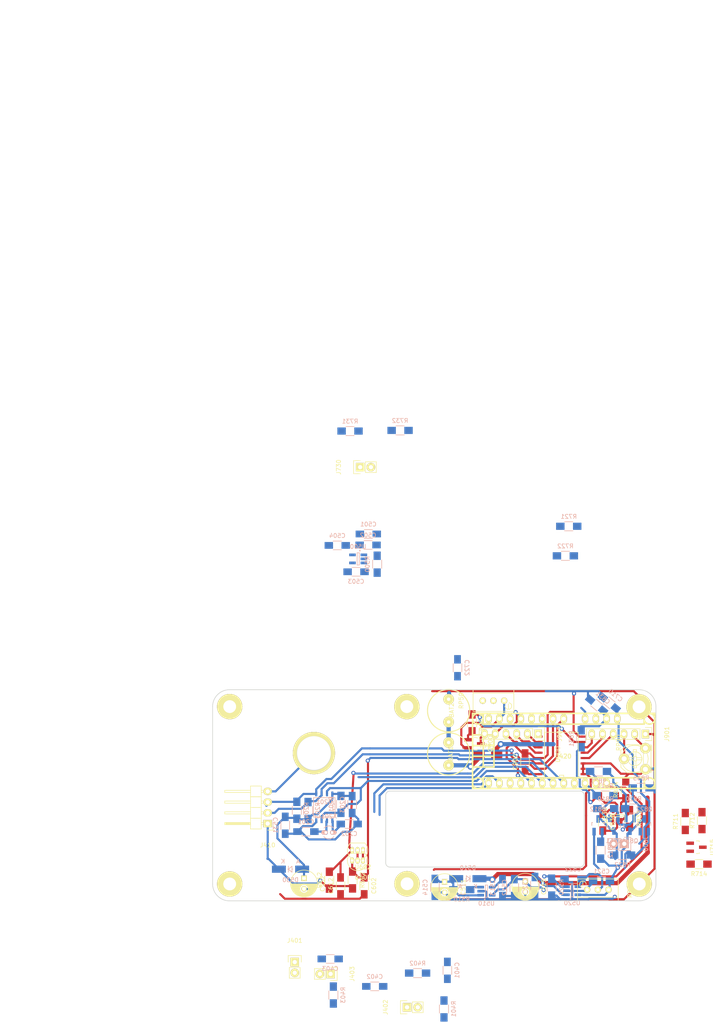
<source format=kicad_pcb>
(kicad_pcb (version 4) (host pcbnew 4.0.2-stable)
  (layers (0 F.Cu signal) (31 B.Cu signal) (34 B.Paste user hide) (35 F.Paste user hide) (36 B.SilkS user) (37 F.SilkS user) (38 B.Mask user hide) (39 F.Mask user hide) (44 Edge.Cuts user))
  (net 0 "")
  (net 1 "Net-(BAT1-Pad1)")
  (net 2 "Net-(BAT1-Pad2)")
  (net 3 GND)
  (net 4 "Net-(C201-Pad1)")
  (net 5 "Net-(C202-Pad1)")
  (net 6 V_rtc)
  (net 7 BP1)
  (net 8 BP2)
  (net 9 BP3)
  (net 10 V_sol)
  (net 11 "Net-(C503-Pad1)")
  (net 12 V_bat)
  (net 13 "Net-(C511-Pad1)")
  (net 14 "Net-(C513-Pad1)")
  (net 15 VCC)
  (net 16 "Net-(C522-Pad1)")
  (net 17 VPP)
  (net 18 quadA)
  (net 19 quadB)
  (net 20 V_ref)
  (net 21 M_imot)
  (net 22 SDA)
  (net 23 SCL)
  (net 24 alarm)
  (net 25 C_bkw)
  (net 26 C_frw)
  (net 27 charge_OFF)
  (net 28 M_bat)
  (net 29 M_sol)
  (net 30 mot_A)
  (net 31 mot_B)
  (net 32 "Net-(J901-Pad3)")
  (net 33 "Net-(J901-Pad4)")
  (net 34 "Net-(J901-Pad5)")
  (net 35 "Net-(J901-Pad6)")
  (net 36 "Net-(J902-Pad1)")
  (net 37 "Net-(J902-Pad2)")
  (net 38 "Net-(J902-Pad3)")
  (net 39 "Net-(J902-Pad4)")
  (net 40 "Net-(J902-Pad6)")
  (net 41 "Net-(Q811-Pad1)")
  (net 42 "Net-(Q811-Pad2)")
  (net 43 "Net-(Q812-Pad1)")
  (net 44 "Net-(Q821-Pad1)")
  (net 45 "Net-(Q822-Pad1)")
  (net 46 "Net-(Q900-Pad1)")
  (net 47 "Net-(R510-Pad2)")
  (net 48 VppEn)
  (net 49 "Net-(R831-Pad2)")
  (net 50 "Net-(R832-Pad2)")
  (net 51 "Net-(R833-Pad1)")
  (net 52 "Net-(R902-Pad1)")
  (net 53 "Net-(R711-Pad1)")
  (module gdi:HFC1025 (layer F.Cu) (at 103.3 42 90)
    (fp_text reference BAT1 (at 0 0.5 90) (layer F.SilkS))
    (fp_text value BAT)
    (pad 1 thru_hole circle (at -2.7 0 90) (size 2.5 2.5) (drill 0.8) (layers *.Cu *.Mask F.SilkS) (net 1 "Net-(BAT1-Pad1)"))
    (pad 2 thru_hole circle (at 2.7 0 90) (size 2.5 2.5) (drill 0.8) (layers *.Cu *.Mask F.SilkS) (net 2 "Net-(BAT1-Pad2)"))
  )
  (module gdi:HFC1025 (layer F.Cu) (at 103.3 31.75 90)
    (fp_text reference BAT2 (at 0.1 0.7 90) (layer F.SilkS))
    (fp_text value BAT)
    (pad 1 thru_hole circle (at -2.7 0 90) (size 2.5 2.5) (drill 0.8) (layers *.Cu *.Mask F.SilkS) (net 2 "Net-(BAT1-Pad2)"))
    (pad 2 thru_hole circle (at 2.7 0 90) (size 2.5 2.5) (drill 0.8) (layers *.Cu *.Mask F.SilkS) (net 3 GND))
  )
  (module Capacitors_SMD:C_1206_HandSoldering (layer B.Cu) (at 69.5 60.4 180)
    (fp_text reference C201 (at 0 2.3 180) (layer B.SilkS) (effects (justify mirror)))
    (fp_text value 10p)
    (pad 1 smd rect (at -2 0 180) (size 2 1.6) (layers B.Cu B.Paste B.Mask) (net 4 "Net-(C201-Pad1)"))
    (pad 2 smd rect (at 2 0 180) (size 2 1.6) (layers B.Cu B.Paste B.Mask) (net 3 GND))
  )
  (module Capacitors_SMD:C_1206_HandSoldering (layer B.Cu) (at 79.75 58.6)
    (fp_text reference C202 (at 0 2.3) (layer B.SilkS) (effects (justify mirror)))
    (fp_text value 10p)
    (pad 1 smd rect (at -2 0) (size 2 1.6) (layers B.Cu B.Paste B.Mask) (net 5 "Net-(C202-Pad1)"))
    (pad 2 smd rect (at 2 0) (size 2 1.6) (layers B.Cu B.Paste B.Mask) (net 3 GND))
  )
  (module Capacitors_SMD:C_1206_HandSoldering (layer B.Cu) (at 80.45 54 270)
    (fp_text reference C203 (at 0 2.3 270) (layer B.SilkS) (effects (justify mirror)))
    (fp_text value 10n)
    (pad 1 smd rect (at -2 0 270) (size 2 1.6) (layers B.Cu B.Paste B.Mask) (net 6 V_rtc))
    (pad 2 smd rect (at 2 0 270) (size 2 1.6) (layers B.Cu B.Paste B.Mask) (net 3 GND))
  )
  (module Capacitors_SMD:C_1206_HandSoldering (layer B.Cu) (at 103 93.25 90)
    (fp_text reference C401 (at 0 2.3 90) (layer B.SilkS) (effects (justify mirror)))
    (fp_text value 10n)
    (pad 1 smd rect (at -2 0 90) (size 2 1.6) (layers B.Cu B.Paste B.Mask) (net 7 BP1))
    (pad 2 smd rect (at 2 0 90) (size 2 1.6) (layers B.Cu B.Paste B.Mask) (net 3 GND))
  )
  (module Capacitors_SMD:C_1206_HandSoldering (layer B.Cu) (at 85.8 97.05 180)
    (fp_text reference C402 (at 0 2.3 180) (layer B.SilkS) (effects (justify mirror)))
    (fp_text value 10n)
    (pad 1 smd rect (at -2 0 180) (size 2 1.6) (layers B.Cu B.Paste B.Mask) (net 8 BP2))
    (pad 2 smd rect (at 2 0 180) (size 2 1.6) (layers B.Cu B.Paste B.Mask) (net 3 GND))
  )
  (module Capacitors_SMD:C_1206_HandSoldering (layer B.Cu) (at 75.25 90.55)
    (fp_text reference C403 (at 0 2.3) (layer B.SilkS) (effects (justify mirror)))
    (fp_text value 10n)
    (pad 1 smd rect (at -2 0) (size 2 1.6) (layers B.Cu B.Paste B.Mask) (net 9 BP3))
    (pad 2 smd rect (at 2 0) (size 2 1.6) (layers B.Cu B.Paste B.Mask) (net 3 GND))
  )
  (module Capacitors_SMD:C_1206_HandSoldering (layer B.Cu) (at 84.275 -10.075 180)
    (fp_text reference C501 (at 0 2.3 180) (layer B.SilkS) (effects (justify mirror)))
    (fp_text value 10uF)
    (pad 1 smd rect (at -2 0 180) (size 2 1.6) (layers B.Cu B.Paste B.Mask) (net 10 V_sol))
    (pad 2 smd rect (at 2 0 180) (size 2 1.6) (layers B.Cu B.Paste B.Mask) (net 3 GND))
  )
  (module Capacitors_SMD:C_1206_HandSoldering (layer B.Cu) (at 84.225 -7.475 180)
    (fp_text reference C502 (at 0 2.3 180) (layer B.SilkS) (effects (justify mirror)))
    (fp_text value 10n)
    (pad 1 smd rect (at -2 0 180) (size 2 1.6) (layers B.Cu B.Paste B.Mask) (net 10 V_sol))
    (pad 2 smd rect (at 2 0 180) (size 2 1.6) (layers B.Cu B.Paste B.Mask) (net 3 GND))
  )
  (module Capacitors_SMD:C_1206_HandSoldering (layer B.Cu) (at 81.375 -1.125)
    (fp_text reference C503 (at 0 2.3) (layer B.SilkS) (effects (justify mirror)))
    (fp_text value 10n)
    (pad 1 smd rect (at -2 0) (size 2 1.6) (layers B.Cu B.Paste B.Mask) (net 11 "Net-(C503-Pad1)"))
    (pad 2 smd rect (at 2 0) (size 2 1.6) (layers B.Cu B.Paste B.Mask) (net 3 GND))
  )
  (module Capacitors_SMD:C_1206_HandSoldering (layer B.Cu) (at 76.925 -7.375 180)
    (fp_text reference C504 (at 0 2.3 180) (layer B.SilkS) (effects (justify mirror)))
    (fp_text value 10uF)
    (pad 1 smd rect (at -2 0 180) (size 2 1.6) (layers B.Cu B.Paste B.Mask) (net 12 V_bat))
    (pad 2 smd rect (at 2 0 180) (size 2 1.6) (layers B.Cu B.Paste B.Mask) (net 3 GND))
  )
  (module Capacitors_SMD:C_1206_HandSoldering (layer B.Cu) (at 118.85 73.65 270)
    (fp_text reference C512 (at 0 2.3 270) (layer B.SilkS) (effects (justify mirror)))
    (fp_text value 10uF)
    (pad 1 smd rect (at -2 0 270) (size 2 1.6) (layers B.Cu B.Paste B.Mask) (net 15 VCC))
    (pad 2 smd rect (at 2 0 270) (size 2 1.6) (layers B.Cu B.Paste B.Mask) (net 3 GND))
  )
  (module Capacitors_SMD:C_1206_HandSoldering (layer B.Cu) (at 116.05 73.65 270)
    (fp_text reference C513 (at 0 2.3 270) (layer B.SilkS) (effects (justify mirror)))
    (fp_text value 10n)
    (pad 1 smd rect (at -2 0 270) (size 2 1.6) (layers B.Cu B.Paste B.Mask) (net 14 "Net-(C513-Pad1)"))
    (pad 2 smd rect (at 2 0 270) (size 2 1.6) (layers B.Cu B.Paste B.Mask) (net 3 GND))
  )
  (module Capacitors_SMD:C_1206_HandSoldering (layer B.Cu) (at 100.05 73.6 270)
    (fp_text reference C514 (at 0 2.3 270) (layer B.SilkS) (effects (justify mirror)))
    (fp_text value 10uF)
    (pad 1 smd rect (at -2 0 270) (size 2 1.6) (layers B.Cu B.Paste B.Mask) (net 13 "Net-(C511-Pad1)"))
    (pad 2 smd rect (at 2 0 270) (size 2 1.6) (layers B.Cu B.Paste B.Mask) (net 3 GND))
  )
  (module Capacitors_SMD:C_1206_HandSoldering (layer B.Cu) (at 139.5 72.1 180)
    (fp_text reference C521 (at 0 2.3 180) (layer B.SilkS) (effects (justify mirror)))
    (fp_text value 10uF)
    (pad 1 smd rect (at -2 0 180) (size 2 1.6) (layers B.Cu B.Paste B.Mask) (net 17 VPP))
    (pad 2 smd rect (at 2 0 180) (size 2 1.6) (layers B.Cu B.Paste B.Mask) (net 3 GND))
  )
  (module Capacitors_SMD:C_1206_HandSoldering (layer B.Cu) (at 132.75 71.65 180)
    (fp_text reference C522 (at 0 2.3 180) (layer B.SilkS) (effects (justify mirror)))
    (fp_text value 10n)
    (pad 1 smd rect (at -2 0 180) (size 2 1.6) (layers B.Cu B.Paste B.Mask) (net 16 "Net-(C522-Pad1)"))
    (pad 2 smd rect (at 2 0 180) (size 2 1.6) (layers B.Cu B.Paste B.Mask) (net 3 GND))
  )
  (module Capacitors_SMD:C_1206_HandSoldering (layer B.Cu) (at 123.75 73.15 270)
    (fp_text reference C523 (at 0 2.3 270) (layer B.SilkS) (effects (justify mirror)))
    (fp_text value 10uF)
    (pad 1 smd rect (at -2 0 270) (size 2 1.6) (layers B.Cu B.Paste B.Mask) (net 12 V_bat))
    (pad 2 smd rect (at 2 0 270) (size 2 1.6) (layers B.Cu B.Paste B.Mask) (net 3 GND))
  )
  (module Capacitors_SMD:C_1206_HandSoldering (layer B.Cu) (at 64.6 58.9 270)
    (fp_text reference C531 (at 0 2.3 270) (layer B.SilkS) (effects (justify mirror)))
    (fp_text value 10uF)
    (pad 1 smd rect (at -2 0 270) (size 2 1.6) (layers B.Cu B.Paste B.Mask) (net 6 V_rtc))
    (pad 2 smd rect (at 2 0 270) (size 2 1.6) (layers B.Cu B.Paste B.Mask) (net 3 GND))
  )
  (module Capacitors_SMD:C_1206_HandSoldering (layer F.Cu) (at 83.3 73.25 270)
    (fp_text reference C602 (at 0 -2.3 270) (layer F.SilkS))
    (fp_text value 100nF)
    (pad 1 smd rect (at -2 0 270) (size 2 1.6) (layers F.Cu F.Paste F.Mask) (net 18 quadA))
    (pad 2 smd rect (at 2 0 270) (size 2 1.6) (layers F.Cu F.Paste F.Mask) (net 3 GND))
  )
  (module Capacitors_SMD:C_1206_HandSoldering (layer F.Cu) (at 77.7 73.25 90)
    (fp_text reference C612 (at 0 -2.3 90) (layer F.SilkS))
    (fp_text value 100nF)
    (pad 1 smd rect (at -2 0 90) (size 2 1.6) (layers F.Cu F.Paste F.Mask) (net 3 GND))
    (pad 2 smd rect (at 2 0 90) (size 2 1.6) (layers F.Cu F.Paste F.Mask) (net 19 quadB))
  )
  (module Capacitors_SMD:C_1206_HandSoldering (layer B.Cu) (at 141.35 29.9 140)
    (fp_text reference C710 (at 0 2.3 140) (layer B.SilkS) (effects (justify mirror)))
    (fp_text value 10n)
    (pad 1 smd rect (at -2 0 140) (size 2 1.6) (layers B.Cu B.Paste B.Mask) (net 20 V_ref))
    (pad 2 smd rect (at 2 0 140) (size 2 1.6) (layers B.Cu B.Paste B.Mask) (net 3 GND))
  )
  (module Capacitors_SMD:C_1206_HandSoldering (layer B.Cu) (at 105.4 21.6 90)
    (fp_text reference C722 (at 0 2.3 90) (layer B.SilkS) (effects (justify mirror)))
    (fp_text value 10uF)
    (pad 1 smd rect (at -2 0 90) (size 2 1.6) (layers B.Cu B.Paste B.Mask) (net 12 V_bat))
    (pad 2 smd rect (at 2 0 90) (size 2 1.6) (layers B.Cu B.Paste B.Mask) (net 3 GND))
  )
  (module Capacitors_SMD:C_1206_HandSoldering (layer F.Cu) (at 139.8 58.15 270)
    (fp_text reference C830 (at 0 -2.3 270) (layer F.SilkS))
    (fp_text value 100n)
    (pad 1 smd rect (at -2 0 270) (size 2 1.6) (layers F.Cu F.Paste F.Mask) (net 17 VPP))
    (pad 2 smd rect (at 2 0 270) (size 2 1.6) (layers F.Cu F.Paste F.Mask) (net 3 GND))
  )
  (module Capacitors_SMD:C_1206_HandSoldering (layer B.Cu) (at 138.35 30.45 140)
    (fp_text reference C831 (at 0 2.3 140) (layer B.SilkS) (effects (justify mirror)))
    (fp_text value 100n)
    (pad 1 smd rect (at -2 0 140) (size 2 1.6) (layers B.Cu B.Paste B.Mask) (net 21 M_imot))
    (pad 2 smd rect (at 2 0 140) (size 2 1.6) (layers B.Cu B.Paste B.Mask) (net 3 GND))
  )
  (module Capacitors_SMD:C_1206_HandSoldering (layer F.Cu) (at 121.4 43.9 90)
    (fp_text reference C900 (at 0 -2.3 90) (layer F.SilkS))
    (fp_text value 100nF)
    (pad 1 smd rect (at -2 0 90) (size 2 1.6) (layers F.Cu F.Paste F.Mask) (net 15 VCC))
    (pad 2 smd rect (at 2 0 90) (size 2 1.6) (layers F.Cu F.Paste F.Mask) (net 3 GND))
  )
  (module Diodes_SMD:MiniMELF_Handsoldering (layer B.Cu) (at 107.85 71.55 180)
    (fp_text reference D510 (at 0 2.54 180) (layer B.SilkS) (effects (justify mirror)))
    (fp_text value SCHOTTKY)
    (fp_text user K (at -1.8 -1.85 180) (layer B.SilkS) (effects (justify mirror)))
    (fp_text user A (at 1.8 -1.85 180) (layer B.SilkS) (effects (justify mirror)))
    (pad 1 smd rect (at -2.75082 0 180) (size 3.29946 1.69926) (layers B.Cu B.Paste B.Mask) (net 12 V_bat))
    (pad 2 smd rect (at 2.75082 0 180) (size 3.29946 1.69926) (layers B.Cu B.Paste B.Mask) (net 13 "Net-(C511-Pad1)"))
  )
  (module Diodes_SMD:MiniMELF_Handsoldering (layer B.Cu) (at 65.85 69.3)
    (fp_text reference D530 (at 0 2.54) (layer B.SilkS) (effects (justify mirror)))
    (fp_text value SCHOTTKY)
    (fp_text user K (at -1.8 -1.85) (layer B.SilkS) (effects (justify mirror)))
    (fp_text user A (at 1.8 -1.85) (layer B.SilkS) (effects (justify mirror)))
    (pad 1 smd rect (at -2.75082 0) (size 3.29946 1.69926) (layers B.Cu B.Paste B.Mask) (net 15 VCC))
    (pad 2 smd rect (at 2.75082 0) (size 3.29946 1.69926) (layers B.Cu B.Paste B.Mask) (net 6 V_rtc))
  )
  (module Fuse_Holders_and_Fuses:Fuse_SMD1206_HandSoldering (layer F.Cu) (at 112.6 42.35)
    (fp_text reference F721 (at -0.0508 -2.19964) (layer F.SilkS))
    (fp_text value 5A)
    (pad 1 smd rect (at -2.08534 0 90) (size 2.02946 2.65176) (layers F.Cu F.Paste F.Mask) (net 1 "Net-(BAT1-Pad1)"))
    (pad 2 smd rect (at 2.08534 0 90) (size 2.02946 2.65176) (layers F.Cu F.Paste F.Mask) (net 12 V_bat))
  )
  (module gdi:MF85 (layer F.Cu) (at 71.4 41.8)
    (fp_text reference H7 (at 0 0.5) (layer F.SilkS))
    (fp_text value hole)
    (pad 1 thru_hole circle (at 0 0) (size 10 10) (drill 8) (layers *.Cu *.Mask F.SilkS) (net 3 GND))
  )
  (module Pin_Headers:Pin_Header_Straight_1x02 (layer F.Cu) (at 66.85 91.3)
    (fp_text reference J401 (at 0 -5.1) (layer F.SilkS))
    (fp_text value HEADER_2)
    (pad 1 thru_hole rect (at 0 0) (size 2.032 2.032) (drill 1.016) (layers *.Cu *.Mask F.SilkS) (net 7 BP1))
    (pad 2 thru_hole oval (at 0 2.54) (size 2.032 2.032) (drill 1.016) (layers *.Cu *.Mask F.SilkS) (net 3 GND))
  )
  (module Pin_Headers:Pin_Header_Straight_1x02 (layer F.Cu) (at 93.45 102 90)
    (fp_text reference J402 (at 0 -5.1 90) (layer F.SilkS))
    (fp_text value HEADER_2)
    (pad 1 thru_hole rect (at 0 0 90) (size 2.032 2.032) (drill 1.016) (layers *.Cu *.Mask F.SilkS) (net 8 BP2))
    (pad 2 thru_hole oval (at 0 2.54 90) (size 2.032 2.032) (drill 1.016) (layers *.Cu *.Mask F.SilkS) (net 3 GND))
  )
  (module Pin_Headers:Pin_Header_Straight_1x02 (layer F.Cu) (at 75.35 94.1 270)
    (fp_text reference J403 (at 0 -5.1 270) (layer F.SilkS))
    (fp_text value HEADER_2)
    (pad 1 thru_hole rect (at 0 0 270) (size 2.032 2.032) (drill 1.016) (layers *.Cu *.Mask F.SilkS) (net 9 BP3))
    (pad 2 thru_hole oval (at 0 2.54 270) (size 2.032 2.032) (drill 1.016) (layers *.Cu *.Mask F.SilkS) (net 3 GND))
  )
  (module Pin_Headers:Pin_Header_Straight_1x02 (layer F.Cu) (at 82.35 -25.9 90)
    (fp_text reference J730 (at 0 -5.1 90) (layer F.SilkS))
    (fp_text value HEADER_2)
    (pad 1 thru_hole rect (at 0 0 90) (size 2.032 2.032) (drill 1.016) (layers *.Cu *.Mask F.SilkS) (net 10 V_sol))
    (pad 2 thru_hole oval (at 0 2.54 90) (size 2.032 2.032) (drill 1.016) (layers *.Cu *.Mask F.SilkS) (net 3 GND))
  )
  (module Pin_Headers:Pin_Header_Straight_1x02 (layer B.Cu) (at 144.9 63.3 90)
    (fp_text reference J800 (at 0 5.1 90) (layer B.SilkS) (effects (justify mirror)))
    (fp_text value HEADER_2)
    (pad 1 thru_hole rect (at 0 0 90) (size 2.032 2.032) (drill 1.016) (layers *.Cu *.Mask B.SilkS) (net 30 mot_A))
    (pad 2 thru_hole oval (at 0 -2.54 90) (size 2.032 2.032) (drill 1.016) (layers *.Cu *.Mask B.SilkS) (net 31 mot_B))
  )
  (module Pin_Headers:Pin_Header_Straight_1x06 (layer F.Cu) (at 149.9 37.3 270)
    (fp_text reference J901 (at 0 -5.1 270) (layer F.SilkS))
    (fp_text value HEADER_6)
    (pad 1 thru_hole rect (at 0 0 270) (size 2.032 1.7272) (drill 1.016) (layers *.Cu *.Mask F.SilkS) (net 3 GND))
    (pad 2 thru_hole oval (at 0 2.54) (size 1.524 2.19964) (drill 1.00076) (layers *.Cu *.Mask F.SilkS) (net 15 VCC))
    (pad 3 thru_hole oval (at 0 5.08) (size 1.524 2.19964) (drill 1.00076) (layers *.Cu *.Mask F.SilkS) (net 32 "Net-(J901-Pad3)"))
    (pad 4 thru_hole oval (at 0 7.62) (size 1.524 2.19964) (drill 1.00076) (layers *.Cu *.Mask F.SilkS) (net 33 "Net-(J901-Pad4)"))
    (pad 5 thru_hole oval (at 0 10.16) (size 1.524 2.19964) (drill 1.00076) (layers *.Cu *.Mask F.SilkS) (net 34 "Net-(J901-Pad5)"))
    (pad 6 thru_hole oval (at 0 12.7) (size 1.524 2.19964) (drill 1.00076) (layers *.Cu *.Mask F.SilkS) (net 35 "Net-(J901-Pad6)"))
  )
  (module Pin_Headers:Pin_Header_Straight_1x06 (layer F.Cu) (at 124.5 37.25 270)
    (fp_text reference J902 (at 0 -5.1 270) (layer F.SilkS))
    (fp_text value HEADER_6)
    (pad 1 thru_hole rect (at 0 0 270) (size 2.032 1.7272) (drill 1.016) (layers *.Cu *.Mask F.SilkS) (net 36 "Net-(J902-Pad1)"))
    (pad 2 thru_hole oval (at 0 2.54) (size 1.524 2.19964) (drill 1.00076) (layers *.Cu *.Mask F.SilkS) (net 37 "Net-(J902-Pad2)"))
    (pad 3 thru_hole oval (at 0 5.08) (size 1.524 2.19964) (drill 1.00076) (layers *.Cu *.Mask F.SilkS) (net 38 "Net-(J902-Pad3)"))
    (pad 4 thru_hole oval (at 0 7.62) (size 1.524 2.19964) (drill 1.00076) (layers *.Cu *.Mask F.SilkS) (net 39 "Net-(J902-Pad4)"))
    (pad 5 thru_hole oval (at 0 10.16) (size 1.524 2.19964) (drill 1.00076) (layers *.Cu *.Mask F.SilkS) (net 15 VCC))
    (pad 6 thru_hole oval (at 0 12.7) (size 1.524 2.19964) (drill 1.00076) (layers *.Cu *.Mask F.SilkS) (net 40 "Net-(J902-Pad6)"))
  )
  (module TO_SOT_Packages_SMD:SOT-23_Handsoldering (layer B.Cu) (at 142.45 58.75)
    (fp_text reference Q811 (at 0 3.81) (layer B.SilkS) (effects (justify mirror)))
    (fp_text value PBSS4320)
    (pad 1 smd rect (at -0.95 -1.50114) (size 0.8001 1.80086) (layers B.Cu B.Paste B.Mask) (net 41 "Net-(Q811-Pad1)"))
    (pad 2 smd rect (at 0.95 -1.50114) (size 0.8001 1.80086) (layers B.Cu B.Paste B.Mask) (net 42 "Net-(Q811-Pad2)"))
    (pad 3 smd rect (at 0 1.50114) (size 0.8001 1.80086) (layers B.Cu B.Paste B.Mask) (net 31 mot_B))
  )
  (module TO_SOT_Packages_SMD:SOT-23_Handsoldering (layer B.Cu) (at 138.7 58.9 180)
    (fp_text reference Q812 (at 0 3.81 180) (layer B.SilkS) (effects (justify mirror)))
    (fp_text value PBSS5350)
    (pad 1 smd rect (at -0.95 -1.50114 180) (size 0.8001 1.80086) (layers B.Cu B.Paste B.Mask) (net 43 "Net-(Q812-Pad1)"))
    (pad 2 smd rect (at 0.95 -1.50114 180) (size 0.8001 1.80086) (layers B.Cu B.Paste B.Mask) (net 17 VPP))
    (pad 3 smd rect (at 0 1.50114 180) (size 0.8001 1.80086) (layers B.Cu B.Paste B.Mask) (net 31 mot_B))
  )
  (module TO_SOT_Packages_SMD:SOT-23_Handsoldering (layer B.Cu) (at 146.25 58.8)
    (fp_text reference Q821 (at 0 3.81) (layer B.SilkS) (effects (justify mirror)))
    (fp_text value PBSS4320)
    (pad 1 smd rect (at -0.95 -1.50114) (size 0.8001 1.80086) (layers B.Cu B.Paste B.Mask) (net 44 "Net-(Q821-Pad1)"))
    (pad 2 smd rect (at 0.95 -1.50114) (size 0.8001 1.80086) (layers B.Cu B.Paste B.Mask) (net 42 "Net-(Q811-Pad2)"))
    (pad 3 smd rect (at 0 1.50114) (size 0.8001 1.80086) (layers B.Cu B.Paste B.Mask) (net 30 mot_A))
  )
  (module TO_SOT_Packages_SMD:SOT-23_Handsoldering (layer B.Cu) (at 149.65 58.9 180)
    (fp_text reference Q822 (at 0 3.81 180) (layer B.SilkS) (effects (justify mirror)))
    (fp_text value PBSS5350)
    (pad 1 smd rect (at -0.95 -1.50114 180) (size 0.8001 1.80086) (layers B.Cu B.Paste B.Mask) (net 45 "Net-(Q822-Pad1)"))
    (pad 2 smd rect (at 0.95 -1.50114 180) (size 0.8001 1.80086) (layers B.Cu B.Paste B.Mask) (net 17 VPP))
    (pad 3 smd rect (at 0 1.50114 180) (size 0.8001 1.80086) (layers B.Cu B.Paste B.Mask) (net 30 mot_A))
  )
  (module TO_SOT_Packages_SMD:SOT-23_Handsoldering (layer F.Cu) (at 109.4 39.6 270)
    (fp_text reference Q900 (at 0 -3.81 270) (layer F.SilkS))
    (fp_text value PBSS4320)
    (pad 1 smd rect (at -0.95 1.50114 270) (size 0.8001 1.80086) (layers F.Cu F.Paste F.Mask) (net 46 "Net-(Q900-Pad1)"))
    (pad 2 smd rect (at 0.95 1.50114 270) (size 0.8001 1.80086) (layers F.Cu F.Paste F.Mask) (net 3 GND))
    (pad 3 smd rect (at 0 -1.50114 270) (size 0.8001 1.80086) (layers F.Cu F.Paste F.Mask) (net 40 "Net-(J902-Pad6)"))
  )
  (module Resistors_SMD:R_1206_HandSoldering (layer B.Cu) (at 77.8 53.95 270)
    (fp_text reference R201 (at 0 2.3 270) (layer B.SilkS) (effects (justify mirror)))
    (fp_text value 10k)
    (pad 1 smd rect (at -2 0 270) (size 2 1.7) (layers B.Cu B.Paste B.Mask) (net 6 V_rtc))
    (pad 2 smd rect (at 2 0 270) (size 2 1.7) (layers B.Cu B.Paste B.Mask) (net 24 alarm))
  )
  (module Resistors_SMD:R_1206_HandSoldering (layer B.Cu) (at 102.2 102.4 90)
    (fp_text reference R401 (at 0 2.3 90) (layer B.SilkS) (effects (justify mirror)))
    (fp_text value 10k)
    (pad 1 smd rect (at -2 0 90) (size 2 1.7) (layers B.Cu B.Paste B.Mask) (net 15 VCC))
    (pad 2 smd rect (at 2 0 90) (size 2 1.7) (layers B.Cu B.Paste B.Mask) (net 7 BP1))
  )
  (module Resistors_SMD:R_1206_HandSoldering (layer B.Cu) (at 95.95 93.9 180)
    (fp_text reference R402 (at 0 2.3 180) (layer B.SilkS) (effects (justify mirror)))
    (fp_text value 10k)
    (pad 1 smd rect (at -2 0 180) (size 2 1.7) (layers B.Cu B.Paste B.Mask) (net 15 VCC))
    (pad 2 smd rect (at 2 0 180) (size 2 1.7) (layers B.Cu B.Paste B.Mask) (net 8 BP2))
  )
  (module Resistors_SMD:R_1206_HandSoldering (layer B.Cu) (at 76 99.1 90)
    (fp_text reference R403 (at 0 2.3 90) (layer B.SilkS) (effects (justify mirror)))
    (fp_text value 10k)
    (pad 1 smd rect (at -2 0 90) (size 2 1.7) (layers B.Cu B.Paste B.Mask) (net 15 VCC))
    (pad 2 smd rect (at 2 0 90) (size 2 1.7) (layers B.Cu B.Paste B.Mask) (net 9 BP3))
  )
  (module Resistors_SMD:R_1206_HandSoldering (layer B.Cu) (at 86.375 -2.925 270)
    (fp_text reference R500 (at 0 2.3 270) (layer B.SilkS) (effects (justify mirror)))
    (fp_text value 10k)
    (pad 1 smd rect (at -2 0 270) (size 2 1.7) (layers B.Cu B.Paste B.Mask) (net 10 V_sol))
    (pad 2 smd rect (at 2 0 270) (size 2 1.7) (layers B.Cu B.Paste B.Mask) (net 27 charge_OFF))
  )
  (module Resistors_SMD:R_1206_HandSoldering (layer B.Cu) (at 106.4 74.15)
    (fp_text reference R510 (at 0 2.3) (layer B.SilkS) (effects (justify mirror)))
    (fp_text value 10k)
    (pad 1 smd rect (at -2 0) (size 2 1.7) (layers B.Cu B.Paste B.Mask) (net 13 "Net-(C511-Pad1)"))
    (pad 2 smd rect (at 2 0) (size 2 1.7) (layers B.Cu B.Paste B.Mask) (net 47 "Net-(R510-Pad2)"))
  )
  (module Resistors_SMD:R_1206_HandSoldering (layer B.Cu) (at 127.7 73.55 90)
    (fp_text reference R520 (at 0 2.3 90) (layer B.SilkS) (effects (justify mirror)))
    (fp_text value 10k)
    (pad 1 smd rect (at -2 0 90) (size 2 1.7) (layers B.Cu B.Paste B.Mask) (net 3 GND))
    (pad 2 smd rect (at 2 0 90) (size 2 1.7) (layers B.Cu B.Paste B.Mask) (net 48 VppEn))
  )
  (module Resistors_SMD:R_1206_HandSoldering (layer F.Cu) (at 80.55 71.85 270)
    (fp_text reference R602 (at 0 -2.3 270) (layer F.SilkS))
    (fp_text value 4k7)
    (pad 1 smd rect (at -2 0 270) (size 2 1.7) (layers F.Cu F.Paste F.Mask) (net 18 quadA))
    (pad 2 smd rect (at 2 0 270) (size 2 1.7) (layers F.Cu F.Paste F.Mask) (net 15 VCC))
  )
  (module Resistors_SMD:R_1206_HandSoldering (layer F.Cu) (at 75.05 71.9 90)
    (fp_text reference R612 (at 0 -2.3 90) (layer F.SilkS))
    (fp_text value 4k7)
    (pad 1 smd rect (at -2 0 90) (size 2 1.7) (layers F.Cu F.Paste F.Mask) (net 15 VCC))
    (pad 2 smd rect (at 2 0 90) (size 2 1.7) (layers F.Cu F.Paste F.Mask) (net 19 quadB))
  )
  (module Resistors_SMD:R_1206_HandSoldering (layer F.Cu) (at 162.6 68.1 180)
    (fp_text reference R714 (at 0 -2.3 180) (layer F.SilkS))
    (fp_text value 10k)
    (pad 1 smd rect (at -2 0 180) (size 2 1.7) (layers F.Cu F.Paste F.Mask) (net 17 VPP))
    (pad 2 smd rect (at 2 0 180) (size 2 1.7) (layers F.Cu F.Paste F.Mask) (net 20 V_ref))
  )
  (module Resistors_SMD:R_1206_HandSoldering (layer B.Cu) (at 131.75 -11.9 180)
    (fp_text reference R721 (at 0 2.3 180) (layer B.SilkS) (effects (justify mirror)))
    (fp_text value 10k)
    (pad 1 smd rect (at -2 0 180) (size 2 1.7) (layers B.Cu B.Paste B.Mask) (net 3 GND))
    (pad 2 smd rect (at 2 0 180) (size 2 1.7) (layers B.Cu B.Paste B.Mask) (net 28 M_bat))
  )
  (module Resistors_SMD:R_1206_HandSoldering (layer B.Cu) (at 130.95 -4.9 180)
    (fp_text reference R722 (at 0 2.3 180) (layer B.SilkS) (effects (justify mirror)))
    (fp_text value 10k)
    (pad 1 smd rect (at -2 0 180) (size 2 1.7) (layers B.Cu B.Paste B.Mask) (net 12 V_bat))
    (pad 2 smd rect (at 2 0 180) (size 2 1.7) (layers B.Cu B.Paste B.Mask) (net 28 M_bat))
  )
  (module Resistors_SMD:R_1206_HandSoldering (layer B.Cu) (at 79.95 -34.45 180)
    (fp_text reference R731 (at 0 2.3 180) (layer B.SilkS) (effects (justify mirror)))
    (fp_text value 10k)
    (pad 1 smd rect (at -2 0 180) (size 2 1.7) (layers B.Cu B.Paste B.Mask) (net 29 M_sol))
    (pad 2 smd rect (at 2 0 180) (size 2 1.7) (layers B.Cu B.Paste B.Mask) (net 10 V_sol))
  )
  (module Resistors_SMD:R_1206_HandSoldering (layer B.Cu) (at 91.8 -34.6 180)
    (fp_text reference R732 (at 0 2.3 180) (layer B.SilkS) (effects (justify mirror)))
    (fp_text value 10k)
    (pad 1 smd rect (at -2 0 180) (size 2 1.7) (layers B.Cu B.Paste B.Mask) (net 29 M_sol))
    (pad 2 smd rect (at 2 0 180) (size 2 1.7) (layers B.Cu B.Paste B.Mask) (net 3 GND))
  )
  (module Resistors_SMD:R_1206_HandSoldering (layer B.Cu) (at 140.5 54.95 180)
    (fp_text reference R810 (at 0 2.3 180) (layer B.SilkS) (effects (justify mirror)))
    (fp_text value 3k3)
    (pad 1 smd rect (at -2 0 180) (size 2 1.7) (layers B.Cu B.Paste B.Mask) (net 42 "Net-(Q811-Pad2)"))
    (pad 2 smd rect (at 2 0 180) (size 2 1.7) (layers B.Cu B.Paste B.Mask) (net 41 "Net-(Q811-Pad1)"))
  )
  (module Resistors_SMD:R_1206_HandSoldering (layer B.Cu) (at 140.35 51.85 180)
    (fp_text reference R811 (at 0 2.3 180) (layer B.SilkS) (effects (justify mirror)))
    (fp_text value 330)
    (pad 1 smd rect (at -2 0 180) (size 2 1.7) (layers B.Cu B.Paste B.Mask) (net 41 "Net-(Q811-Pad1)"))
    (pad 2 smd rect (at 2 0 180) (size 2 1.7) (layers B.Cu B.Paste B.Mask) (net 26 C_frw))
  )
  (module Resistors_SMD:R_1206_HandSoldering (layer B.Cu) (at 139.3 64.8 90)
    (fp_text reference R812 (at 0 2.3 90) (layer B.SilkS) (effects (justify mirror)))
    (fp_text value 330)
    (pad 1 smd rect (at -2 0 90) (size 2 1.7) (layers B.Cu B.Paste B.Mask) (net 30 mot_A))
    (pad 2 smd rect (at 2 0 90) (size 2 1.7) (layers B.Cu B.Paste B.Mask) (net 43 "Net-(Q812-Pad1)"))
  )
  (module Resistors_SMD:R_1206_HandSoldering (layer B.Cu) (at 147.1 54.95 180)
    (fp_text reference R820 (at 0 2.3 180) (layer B.SilkS) (effects (justify mirror)))
    (fp_text value 3k3)
    (pad 1 smd rect (at -2 0 180) (size 2 1.7) (layers B.Cu B.Paste B.Mask) (net 42 "Net-(Q811-Pad2)"))
    (pad 2 smd rect (at 2 0 180) (size 2 1.7) (layers B.Cu B.Paste B.Mask) (net 44 "Net-(Q821-Pad1)"))
  )
  (module Resistors_SMD:R_1206_HandSoldering (layer B.Cu) (at 138.8 46.15)
    (fp_text reference R821 (at 0 2.3) (layer B.SilkS) (effects (justify mirror)))
    (fp_text value 330)
    (pad 1 smd rect (at -2 0) (size 2 1.7) (layers B.Cu B.Paste B.Mask) (net 25 C_bkw))
    (pad 2 smd rect (at 2 0) (size 2 1.7) (layers B.Cu B.Paste B.Mask) (net 44 "Net-(Q821-Pad1)"))
  )
  (module Resistors_SMD:R_1206_HandSoldering (layer B.Cu) (at 144.5 65.95)
    (fp_text reference R822 (at 0 2.3) (layer B.SilkS) (effects (justify mirror)))
    (fp_text value 330)
    (pad 1 smd rect (at -2 0) (size 2 1.7) (layers B.Cu B.Paste B.Mask) (net 31 mot_B))
    (pad 2 smd rect (at 2 0) (size 2 1.7) (layers B.Cu B.Paste B.Mask) (net 45 "Net-(Q822-Pad1)"))
  )
  (module Resistors_SMD:R_1206_HandSoldering (layer B.Cu) (at 134.7 38.4 270)
    (fp_text reference R831 (at 0 2.3 270) (layer B.SilkS) (effects (justify mirror)))
    (fp_text value 1k)
    (pad 1 smd rect (at -2 0 270) (size 2 1.7) (layers B.Cu B.Paste B.Mask) (net 21 M_imot))
    (pad 2 smd rect (at 2 0 270) (size 2 1.7) (layers B.Cu B.Paste B.Mask) (net 49 "Net-(R831-Pad2)"))
  )
  (module Resistors_SMD:R_1206_HandSoldering (layer F.Cu) (at 140.65 51.9)
    (fp_text reference R832 (at 0 -2.3) (layer F.SilkS))
    (fp_text value 10k)
    (pad 1 smd rect (at -2 0) (size 2 1.7) (layers F.Cu F.Paste F.Mask) (net 49 "Net-(R831-Pad2)"))
    (pad 2 smd rect (at 2 0) (size 2 1.7) (layers F.Cu F.Paste F.Mask) (net 50 "Net-(R832-Pad2)"))
  )
  (module Resistors_SMD:R_1206_HandSoldering (layer F.Cu) (at 146.15 57.3 270)
    (fp_text reference R833 (at 0 -2.3 270) (layer F.SilkS))
    (fp_text value 1k)
    (pad 1 smd rect (at -2 0 270) (size 2 1.7) (layers F.Cu F.Paste F.Mask) (net 51 "Net-(R833-Pad1)"))
    (pad 2 smd rect (at 2 0 270) (size 2 1.7) (layers F.Cu F.Paste F.Mask) (net 42 "Net-(Q811-Pad2)"))
  )
  (module Resistors_SMD:R_1206_HandSoldering (layer F.Cu) (at 145.25 50.5 90)
    (fp_text reference R834 (at 0 -2.3 90) (layer F.SilkS))
    (fp_text value 1k)
    (pad 1 smd rect (at -2 0 90) (size 2 1.7) (layers F.Cu F.Paste F.Mask) (net 50 "Net-(R832-Pad2)"))
    (pad 2 smd rect (at 2 0 90) (size 2 1.7) (layers F.Cu F.Paste F.Mask) (net 3 GND))
  )
  (module Resistors_SMD:R_1206_HandSoldering (layer B.Cu) (at 148.9 50.05 180)
    (fp_text reference R835 (at 0 2.3 180) (layer B.SilkS) (effects (justify mirror)))
    (fp_text value 0R2)
    (pad 1 smd rect (at -2 0 180) (size 2 1.7) (layers B.Cu B.Paste B.Mask) (net 3 GND))
    (pad 2 smd rect (at 2 0 180) (size 2 1.7) (layers B.Cu B.Paste B.Mask) (net 42 "Net-(Q811-Pad2)"))
  )
  (module Resistors_SMD:R_1206_HandSoldering (layer F.Cu) (at 108.85 34.65 270)
    (fp_text reference R902 (at 0 -2.3 270) (layer F.SilkS))
    (fp_text value 4.7k)
    (pad 1 smd rect (at -2 0 270) (size 2 1.7) (layers F.Cu F.Paste F.Mask) (net 52 "Net-(R902-Pad1)"))
    (pad 2 smd rect (at 2 0 270) (size 2 1.7) (layers F.Cu F.Paste F.Mask) (net 46 "Net-(Q900-Pad1)"))
  )
  (module Potentiometers:Potentiometer_Triwood_RM-065 (layer F.Cu) (at 149.9 45.65 90)
    (fp_text reference RP90 (at 6.30936 -6.30936 90) (layer F.SilkS))
    (fp_text value 10k)
    (pad 2 thru_hole circle (at 2.49936 -5.03936 90) (size 2.49936 2.49936) (drill 1.19888) (layers *.Cu *.Mask F.SilkS) (net 32 "Net-(J901-Pad3)"))
    (pad 3 thru_hole circle (at 4.99872 0 90) (size 2.49936 2.49936) (drill 1.19888) (layers *.Cu *.Mask F.SilkS) (net 15 VCC))
    (pad 1 thru_hole circle (at 0 0 90) (size 2.49936 2.49936) (drill 1.19888) (layers *.Cu *.Mask F.SilkS) (net 3 GND))
  )
  (module SMD_Packages:SOIC-8-N (layer B.Cu) (at 73.85 54.65 180)
    (fp_text reference U201 (at 0 1.27 180) (layer B.SilkS) (effects (justify mirror)))
    (fp_text value MCP7940)
    (pad 8 smd rect (at -1.905 3.175 180) (size 0.508 1.143) (layers B.Cu B.Paste B.Mask) (net 6 V_rtc))
    (pad 7 smd rect (at -0.635 3.175 180) (size 0.508 1.143) (layers B.Cu B.Paste B.Mask) (net 24 alarm))
    (pad 6 smd rect (at 0.635 3.175 180) (size 0.508 1.143) (layers B.Cu B.Paste B.Mask) (net 23 SCL))
    (pad 5 smd rect (at 1.905 3.175 180) (size 0.508 1.143) (layers B.Cu B.Paste B.Mask) (net 22 SDA))
    (pad 4 smd rect (at 1.905 -3.175 180) (size 0.508 1.143) (layers B.Cu B.Paste B.Mask) (net 3 GND))
    (pad 3 smd rect (at 0.635 -3.175 180) (size 0.508 1.143) (layers B.Cu B.Paste B.Mask) (net 24 alarm))
    (pad 2 smd rect (at -0.635 -3.175 180) (size 0.508 1.143) (layers B.Cu B.Paste B.Mask) (net 4 "Net-(C201-Pad1)"))
    (pad 1 smd rect (at -1.905 -3.175 180) (size 0.508 1.143) (layers B.Cu B.Paste B.Mask) (net 5 "Net-(C202-Pad1)"))
  )
  (module gdi:SOT-23-5_Handsoldering (layer B.Cu) (at 81.875 -4.175 180)
    (fp_text reference U500 (at 0 2.9 180) (layer B.SilkS) (effects (justify mirror)))
    (fp_text value MIC5205)
    (pad 1 smd rect (at -1.35 0.95 180) (size 1.56 0.65) (layers B.Cu B.Paste B.Mask) (net 10 V_sol))
    (pad 2 smd rect (at -1.35 0 180) (size 1.56 0.65) (layers B.Cu B.Paste B.Mask) (net 3 GND))
    (pad 3 smd rect (at -1.35 -0.95 180) (size 1.56 0.65) (layers B.Cu B.Paste B.Mask) (net 27 charge_OFF))
    (pad 4 smd rect (at 1.35 -0.95 180) (size 1.56 0.65) (layers B.Cu B.Paste B.Mask) (net 11 "Net-(C503-Pad1)"))
    (pad 5 smd rect (at 1.35 0.95 180) (size 1.56 0.65) (layers B.Cu B.Paste B.Mask) (net 12 V_bat))
  )
  (module gdi:SOT-23-5_Handsoldering (layer B.Cu) (at 112.25 74.5)
    (fp_text reference U510 (at 0 2.9) (layer B.SilkS) (effects (justify mirror)))
    (fp_text value MIC5205)
    (pad 1 smd rect (at -1.35 0.95) (size 1.56 0.65) (layers B.Cu B.Paste B.Mask) (net 13 "Net-(C511-Pad1)"))
    (pad 2 smd rect (at -1.35 0) (size 1.56 0.65) (layers B.Cu B.Paste B.Mask) (net 3 GND))
    (pad 3 smd rect (at -1.35 -0.95) (size 1.56 0.65) (layers B.Cu B.Paste B.Mask) (net 47 "Net-(R510-Pad2)"))
    (pad 4 smd rect (at 1.35 -0.95) (size 1.56 0.65) (layers B.Cu B.Paste B.Mask) (net 14 "Net-(C513-Pad1)"))
    (pad 5 smd rect (at 1.35 0.95) (size 1.56 0.65) (layers B.Cu B.Paste B.Mask) (net 15 VCC))
  )
  (module gdi:SOT-23-5_Handsoldering (layer B.Cu) (at 132.55 74.4)
    (fp_text reference U520 (at 0 2.9) (layer B.SilkS) (effects (justify mirror)))
    (fp_text value MIC5205)
    (pad 1 smd rect (at -1.35 0.95) (size 1.56 0.65) (layers B.Cu B.Paste B.Mask) (net 12 V_bat))
    (pad 2 smd rect (at -1.35 0) (size 1.56 0.65) (layers B.Cu B.Paste B.Mask) (net 3 GND))
    (pad 3 smd rect (at -1.35 -0.95) (size 1.56 0.65) (layers B.Cu B.Paste B.Mask) (net 48 VppEn))
    (pad 4 smd rect (at 1.35 -0.95) (size 1.56 0.65) (layers B.Cu B.Paste B.Mask) (net 16 "Net-(C522-Pad1)"))
    (pad 5 smd rect (at 1.35 0.95) (size 1.56 0.65) (layers B.Cu B.Paste B.Mask) (net 17 VPP))
  )
  (module TO_SOT_Packages_THT:TO-92_Inline_Narrow_Oval (layer F.Cu) (at 83 67.25 180)
    (fp_text reference U601 (at 0 -4 180) (layer F.SilkS))
    (fp_text value A3144)
    (pad 2 thru_hole oval (at 1.27 0) (size 0.89916 1.50114) (drill 0.6) (layers *.Cu *.Mask F.SilkS) (net 3 GND))
    (pad 3 thru_hole oval (at 2.54 0) (size 0.89916 1.50114) (drill 0.6) (layers *.Cu *.Mask F.SilkS) (net 18 quadA))
    (pad 1 thru_hole oval (at 0 0) (size 0.89916 1.50114) (drill 0.6) (layers *.Cu *.Mask F.SilkS) (net 17 VPP))
  )
  (module TO_SOT_Packages_THT:TO-92_Inline_Narrow_Oval (layer F.Cu) (at 83 64.8 180)
    (fp_text reference U602 (at 0 -4 180) (layer F.SilkS))
    (fp_text value A3144)
    (pad 2 thru_hole oval (at 1.27 0) (size 0.89916 1.50114) (drill 0.6) (layers *.Cu *.Mask F.SilkS) (net 3 GND))
    (pad 3 thru_hole oval (at 2.54 0) (size 0.89916 1.50114) (drill 0.6) (layers *.Cu *.Mask F.SilkS) (net 19 quadB))
    (pad 1 thru_hole oval (at 0 0) (size 0.89916 1.50114) (drill 0.6) (layers *.Cu *.Mask F.SilkS) (net 17 VPP))
  )
  (module TO_SOT_Packages_SMD:SOT-23_Handsoldering (layer F.Cu) (at 162 64.1 270)
    (fp_text reference U715 (at 0 -3.81 270) (layer F.SilkS))
    (fp_text value TLV431-DBZ)
    (pad 1 smd rect (at -0.95 1.50114 270) (size 0.8001 1.80086) (layers F.Cu F.Paste F.Mask) (net 53 "Net-(R711-Pad1)"))
    (pad 2 smd rect (at 0.95 1.50114 270) (size 0.8001 1.80086) (layers F.Cu F.Paste F.Mask) (net 20 V_ref))
    (pad 3 smd rect (at 0 -1.50114 270) (size 0.8001 1.80086) (layers F.Cu F.Paste F.Mask) (net 3 GND))
  )
  (module gdi:SOT-23-5_Handsoldering (layer F.Cu) (at 143.2 56.6 90)
    (fp_text reference U830 (at 0 -2.9 90) (layer F.SilkS))
    (fp_text value MCP601-SOT)
    (pad 1 smd rect (at -1.35 -0.95 90) (size 1.56 0.65) (layers F.Cu F.Paste F.Mask) (net 49 "Net-(R831-Pad2)"))
    (pad 2 smd rect (at -1.35 0 90) (size 1.56 0.65) (layers F.Cu F.Paste F.Mask) (net 3 GND))
    (pad 3 smd rect (at -1.35 0.95 90) (size 1.56 0.65) (layers F.Cu F.Paste F.Mask) (net 51 "Net-(R833-Pad1)"))
    (pad 4 smd rect (at 1.35 0.95 90) (size 1.56 0.65) (layers F.Cu F.Paste F.Mask) (net 50 "Net-(R832-Pad2)"))
    (pad 5 smd rect (at 1.35 -0.95 90) (size 1.56 0.65) (layers F.Cu F.Paste F.Mask) (net 17 VPP))
  )
  (module SMD_Packages:SO-16-W (layer F.Cu) (at 130.05 42.35 90)
    (fp_text reference U900 (at 0.254 -0.889 90) (layer F.SilkS))
    (fp_text value PCF8574)
    (pad 1 smd rect (at -4.445 5.08 90) (size 0.508 1.143) (layers F.Cu F.Paste F.Mask) (net 3 GND))
    (pad 2 smd rect (at -3.175 5.08 90) (size 0.508 1.143) (layers F.Cu F.Paste F.Mask) (net 3 GND))
    (pad 3 smd rect (at -1.905 5.08 90) (size 0.508 1.143) (layers F.Cu F.Paste F.Mask) (net 3 GND))
    (pad 4 smd rect (at -0.635 5.08 90) (size 0.508 1.143) (layers F.Cu F.Paste F.Mask) (net 33 "Net-(J901-Pad4)"))
    (pad 5 smd rect (at 0.635 5.08 90) (size 0.508 1.143) (layers F.Cu F.Paste F.Mask) (net 34 "Net-(J901-Pad5)"))
    (pad 6 smd rect (at 1.905 5.08 90) (size 0.508 1.143) (layers F.Cu F.Paste F.Mask) (net 35 "Net-(J901-Pad6)"))
    (pad 7 smd rect (at 3.175 5.08 90) (size 0.508 1.143) (layers F.Cu F.Paste F.Mask) (net 52 "Net-(R902-Pad1)"))
    (pad 8 smd rect (at 4.445 5.08 90) (size 0.508 1.143) (layers F.Cu F.Paste F.Mask) (net 3 GND))
    (pad 9 smd rect (at 4.445 -5.08 90) (size 0.508 1.143) (layers F.Cu F.Paste F.Mask) (net 36 "Net-(J902-Pad1)"))
    (pad 10 smd rect (at 3.175 -5.08 90) (size 0.508 1.143) (layers F.Cu F.Paste F.Mask) (net 37 "Net-(J902-Pad2)"))
    (pad 11 smd rect (at 1.905 -5.08 90) (size 0.508 1.143) (layers F.Cu F.Paste F.Mask) (net 38 "Net-(J902-Pad3)"))
    (pad 12 smd rect (at 0.635 -5.08 90) (size 0.508 1.143) (layers F.Cu F.Paste F.Mask) (net 39 "Net-(J902-Pad4)"))
    (pad 13 smd rect (at -0.635 -5.08 90) (size 0.508 1.143) (layers F.Cu F.Paste F.Mask) (net 3 GND))
    (pad 14 smd rect (at -1.905 -5.08 90) (size 0.508 1.143) (layers F.Cu F.Paste F.Mask) (net 23 SCL))
    (pad 15 smd rect (at -3.175 -5.08 90) (size 0.508 1.143) (layers F.Cu F.Paste F.Mask) (net 22 SDA))
    (pad 16 smd rect (at -4.445 -5.08 90) (size 0.508 1.143) (layers F.Cu F.Paste F.Mask) (net 15 VCC))
  )
  (module Crystals:Crystal_Round_Vertical_3mm_BigPad (layer B.Cu) (at 74.95 60.6 180)
    (fp_text reference X201 (at 0 3.81 180) (layer B.SilkS) (effects (justify mirror)))
    (fp_text value 32.768K)
    (pad 1 thru_hole oval (at -0.7493 0 180) (size 1.50114 1.00076) (drill 0.59944 (offset -0.29972 0)) (layers *.Cu *.Mask B.SilkS) (net 5 "Net-(C202-Pad1)"))
    (pad 2 thru_hole oval (at 0.7493 0 180) (size 1.50114 1.00076) (drill 0.59944 (offset 0.29972 0)) (layers *.Cu *.Mask B.SilkS) (net 4 "Net-(C201-Pad1)"))
  )
  (module w_conn_misc:arduino_nano_header (layer F.Cu) (at 130.55 41.3)
    (fp_text reference J420 (at 0 1.27) (layer F.SilkS) (effects (font (size 1.016 1.016) (thickness 0.2032))))
    (fp_text value Arduino_Nano_Header hide)
    (pad 1 thru_hole oval (at -17.78 7.62) (size 1.524 2.19964) (drill 1.00076) (layers *.Cu *.Mask F.SilkS) (net 9 BP3))
    (pad 2 thru_hole oval (at -15.24 7.62) (size 1.524 2.19964) (drill 1.00076) (layers *.Cu *.Mask F.SilkS) (net 7 BP1))
    (pad 3 thru_hole oval (at -12.7 7.62) (size 1.524 2.19964) (drill 1.00076) (layers *.Cu *.Mask F.SilkS))
    (pad 4 thru_hole oval (at -10.16 7.62) (size 1.524 2.19964) (drill 1.00076) (layers *.Cu *.Mask F.SilkS) (net 3 GND))
    (pad 5 thru_hole oval (at -7.62 7.62) (size 1.524 2.19964) (drill 1.00076) (layers *.Cu *.Mask F.SilkS) (net 24 alarm))
    (pad 6 thru_hole oval (at -5.08 7.62) (size 1.524 2.19964) (drill 1.00076) (layers *.Cu *.Mask F.SilkS) (net 8 BP2))
    (pad 7 thru_hole oval (at -2.54 7.62) (size 1.524 2.19964) (drill 1.00076) (layers *.Cu *.Mask F.SilkS) (net 19 quadB))
    (pad 8 thru_hole oval (at 0 7.62) (size 1.524 2.19964) (drill 1.00076) (layers *.Cu *.Mask F.SilkS) (net 18 quadA))
    (pad 9 thru_hole oval (at 2.54 7.62) (size 1.524 2.19964) (drill 1.00076) (layers *.Cu *.Mask F.SilkS) (net 27 charge_OFF))
    (pad 10 thru_hole oval (at 5.08 7.62) (size 1.524 2.19964) (drill 1.00076) (layers *.Cu *.Mask F.SilkS) (net 26 C_frw))
    (pad 11 thru_hole oval (at 7.62 7.62) (size 1.524 2.19964) (drill 1.00076) (layers *.Cu *.Mask F.SilkS) (net 25 C_bkw))
    (pad 12 thru_hole oval (at 10.16 7.62) (size 1.524 2.19964) (drill 1.00076) (layers *.Cu *.Mask F.SilkS) (net 48 VppEn))
    (pad 18 thru_hole oval (at 12.7 -7.62) (size 1.524 2.19964) (drill 1.00076) (layers *.Cu *.Mask F.SilkS) (net 20 V_ref))
    (pad 19 thru_hole oval (at 10.16 -7.62) (size 1.524 2.19964) (drill 1.00076) (layers *.Cu *.Mask F.SilkS) (net 21 M_imot))
    (pad 20 thru_hole oval (at 7.62 -7.62) (size 1.524 2.1971) (drill 1.00076) (layers *.Cu *.Mask F.SilkS) (net 28 M_bat))
    (pad 21 thru_hole oval (at 5.08 -7.62) (size 1.524 2.1971) (drill 1.00076) (layers *.Cu *.Mask F.SilkS) (net 29 M_sol))
    (pad 23 thru_hole oval (at 0 -7.62) (size 1.524 2.1971) (drill 1.00076) (layers *.Cu *.Mask F.SilkS) (net 22 SDA))
    (pad 24 thru_hole oval (at -2.54 -7.62) (size 1.524 2.1971) (drill 0.99822) (layers *.Cu *.Mask F.SilkS) (net 23 SCL))
    (pad 25 thru_hole oval (at -5.08 -7.62) (size 1.524 2.1971) (drill 0.99822) (layers *.Cu *.Mask F.SilkS))
    (pad 26 thru_hole oval (at -7.62 -7.62) (size 1.524 2.1971) (drill 0.99822) (layers *.Cu *.Mask F.SilkS))
    (pad 27 thru_hole oval (at -10.16 -7.62) (size 1.524 2.1971) (drill 0.99822) (layers *.Cu *.Mask F.SilkS) (net 15 VCC))
    (pad 28 thru_hole oval (at -12.7 -7.62) (size 1.524 2.1971) (drill 0.99822) (layers *.Cu *.Mask F.SilkS))
    (pad 29 thru_hole oval (at -15.24 -7.62) (size 1.524 2.1971) (drill 0.99822) (layers *.Cu *.Mask F.SilkS) (net 3 GND))
    (pad 30 thru_hole oval (at -17.78 -7.62) (size 1.524 2.1971) (drill 0.99822) (layers *.Cu *.Mask F.SilkS))
  )
  (module Capacitors_ThroughHole:C_Radial_D6.3_L11.2_P2.5 (layer F.Cu) (at 102.35 72.3 270)
    (fp_text reference C511 (at 1.25 -4.4 270) (layer F.SilkS))
    (fp_text value 470uF)
    (pad 2 thru_hole circle (at 2.5 0 270) (size 1.3 1.3) (drill 0.8) (layers *.Cu *.Mask F.SilkS) (net 3 GND))
    (pad 1 thru_hole rect (at 0 0 270) (size 1.3 1.3) (drill 0.8) (layers *.Cu *.Mask F.SilkS) (net 13 "Net-(C511-Pad1)"))
  )
  (module Capacitors_ThroughHole:C_Radial_D6.3_L11.2_P2.5 (layer F.Cu) (at 69.05 71.45 270)
    (fp_text reference C532 (at 1.25 -4.4 270) (layer F.SilkS))
    (fp_text value 470uF)
    (pad 2 thru_hole circle (at 2.5 0 270) (size 1.3 1.3) (drill 0.8) (layers *.Cu *.Mask F.SilkS) (net 3 GND))
    (pad 1 thru_hole rect (at 0 0 270) (size 1.3 1.3) (drill 0.8) (layers *.Cu *.Mask F.SilkS) (net 6 V_rtc))
  )
  (module Resistors_SMD:R_1206_HandSoldering (layer F.Cu) (at 159.35 58 90)
    (fp_text reference R711 (at 0 -2.3 90) (layer F.SilkS))
    (fp_text value 10k)
    (pad 1 smd rect (at -2 0 90) (size 2 1.7) (layers F.Cu F.Paste F.Mask) (net 53 "Net-(R711-Pad1)"))
    (pad 2 smd rect (at 2 0 90) (size 2 1.7) (layers F.Cu F.Paste F.Mask) (net 3 GND))
  )
  (module Resistors_SMD:R_1206_HandSoldering (layer F.Cu) (at 163.3 57.8 90)
    (fp_text reference R712 (at 0 -2.3 90) (layer F.SilkS))
    (fp_text value 10k)
    (pad 1 smd rect (at -2 0 90) (size 2 1.7) (layers F.Cu F.Paste F.Mask) (net 20 V_ref))
    (pad 2 smd rect (at 2 0 90) (size 2 1.7) (layers F.Cu F.Paste F.Mask) (net 53 "Net-(R711-Pad1)"))
  )
  (module Capacitors_ThroughHole:C_Radial_D6.3_L11.2_P2.5 (layer F.Cu) (at 121.45 72.2 270)
    (fp_text reference C515 (at 1.25 -4.4 270) (layer F.SilkS))
    (fp_text value 470uF)
    (pad 2 thru_hole circle (at 2.5 0 270) (size 1.3 1.3) (drill 0.8) (layers *.Cu *.Mask F.SilkS) (net 3 GND))
    (pad 1 thru_hole rect (at 0 0 270) (size 1.3 1.3) (drill 0.8) (layers *.Cu *.Mask F.SilkS) (net 15 VCC))
  )
  (module Potentiometers:Potentiometer_Bourns_3296W_3-8Zoll_Inline_ScrewUp (layer F.Cu) (at 116.45 29.4 90)
    (fp_text reference RP50 (at 0 -10.16 90) (layer F.SilkS))
    (fp_text value 10k)
    (pad 2 thru_hole circle (at 0 -2.54 90) (size 1.524 1.524) (drill 0.8128) (layers *.Cu *.Mask F.SilkS) (net 11 "Net-(C503-Pad1)"))
    (pad 3 thru_hole circle (at 0 -5.08 90) (size 1.524 1.524) (drill 0.8128) (layers *.Cu *.Mask F.SilkS) (net 12 V_bat))
    (pad 1 thru_hole circle (at 0 0 90) (size 1.524 1.524) (drill 0.8128) (layers *.Cu *.Mask F.SilkS) (net 3 GND))
  )
  (module Potentiometers:Potentiometer_Bourns_3296W_3-8Zoll_Inline_ScrewUp (layer F.Cu) (at 136.1 74.15 270)
    (fp_text reference RP52 (at 0 -10.16 270) (layer F.SilkS))
    (fp_text value 10k)
    (pad 2 thru_hole circle (at 0 -2.54 270) (size 1.524 1.524) (drill 0.8128) (layers *.Cu *.Mask F.SilkS) (net 16 "Net-(C522-Pad1)"))
    (pad 3 thru_hole circle (at 0 -5.08 270) (size 1.524 1.524) (drill 0.8128) (layers *.Cu *.Mask F.SilkS) (net 17 VPP))
    (pad 1 thru_hole circle (at 0 0 270) (size 1.524 1.524) (drill 0.8128) (layers *.Cu *.Mask F.SilkS) (net 3 GND))
  )
  (module gdi:3mm_screw (layer F.Cu) (at 51.45 30.8)
    (fp_text reference H1 (at 0 0.5) (layer F.SilkS))
    (fp_text value hole)
    (pad 1 thru_hole circle (at 0 0) (size 6 6) (drill 3) (layers *.Mask F.Cu F.SilkS) (net 3 GND))
    (pad 1 thru_hole circle (at 0 0) (size 4 4) (drill 3) (layers *.Cu *.Mask F.SilkS) (net 3 GND))
  )
  (module gdi:3mm_screw (layer F.Cu) (at 51.45 72.8)
    (fp_text reference H2 (at 0 0.5) (layer F.SilkS))
    (fp_text value hole)
    (pad 1 thru_hole circle (at 0 0) (size 6 6) (drill 3) (layers *.Mask F.Cu F.SilkS) (net 3 GND))
    (pad 1 thru_hole circle (at 0 0) (size 4 4) (drill 3) (layers *.Cu *.Mask F.SilkS) (net 3 GND))
  )
  (module gdi:3mm_screw (layer F.Cu) (at 93.4 30.8)
    (fp_text reference H3 (at 0 0.5) (layer F.SilkS))
    (fp_text value hole)
    (pad 1 thru_hole circle (at 0 0) (size 6 6) (drill 3) (layers *.Mask F.Cu F.SilkS) (net 3 GND))
    (pad 1 thru_hole circle (at 0 0) (size 4 4) (drill 3) (layers *.Cu *.Mask F.SilkS) (net 3 GND))
  )
  (module gdi:3mm_screw (layer F.Cu) (at 93.45 72.75)
    (fp_text reference H4 (at 0 0.5) (layer F.SilkS))
    (fp_text value hole)
    (pad 1 thru_hole circle (at 0 0) (size 6 6) (drill 3) (layers *.Mask F.Cu F.SilkS) (net 3 GND))
    (pad 1 thru_hole circle (at 0 0) (size 4 4) (drill 3) (layers *.Cu *.Mask F.SilkS) (net 3 GND))
  )
  (module gdi:3mm_screw (layer F.Cu) (at 148.4 30.85)
    (fp_text reference H5 (at 0 0.5) (layer F.SilkS))
    (fp_text value hole)
    (pad 1 thru_hole circle (at 0 0) (size 6 6) (drill 3) (layers *.Mask F.Cu F.SilkS) (net 3 GND))
    (pad 1 thru_hole circle (at 0 0) (size 4 4) (drill 3) (layers *.Cu *.Mask F.SilkS) (net 3 GND))
  )
  (module gdi:3mm_screw (layer F.Cu) (at 148.45 72.8)
    (fp_text reference H6 (at 0 0.5) (layer F.SilkS))
    (fp_text value hole)
    (pad 1 thru_hole circle (at 0 0) (size 6 6) (drill 3) (layers *.Mask F.Cu F.SilkS) (net 3 GND))
    (pad 1 thru_hole circle (at 0 0) (size 4 4) (drill 3) (layers *.Cu *.Mask F.SilkS) (net 3 GND))
  )
  (module Resistors_SMD:R_1206_HandSoldering (layer B.Cu) (at 70 55.4 90)
    (fp_text reference R203 (at 0 2.3 90) (layer B.SilkS) (effects (justify mirror)))
    (fp_text value 2.2k)
    (pad 1 smd rect (at -2 0 90) (size 2 1.7) (layers B.Cu B.Paste B.Mask) (net 6 V_rtc))
    (pad 2 smd rect (at 2 0 90) (size 2 1.7) (layers B.Cu B.Paste B.Mask) (net 23 SCL))
  )
  (module Resistors_SMD:R_1206_HandSoldering (layer B.Cu) (at 67.35 55.35 90)
    (fp_text reference R204 (at 0 2.3 90) (layer B.SilkS) (effects (justify mirror)))
    (fp_text value 2.2k)
    (pad 1 smd rect (at -2 0 90) (size 2 1.7) (layers B.Cu B.Paste B.Mask) (net 6 V_rtc))
    (pad 2 smd rect (at 2 0 90) (size 2 1.7) (layers B.Cu B.Paste B.Mask) (net 22 SDA))
  )
  (module Pin_Headers:Pin_Header_Angled_1x04 (layer F.Cu) (at 60.45 58.5 180)
    (fp_text reference J410 (at 0 -5.1 180) (layer F.SilkS))
    (fp_text value HEADER_4)
    (pad 1 thru_hole rect (at 0 0 180) (size 2.032 1.7272) (drill 1.016) (layers *.Cu *.Mask F.SilkS) (net 15 VCC))
    (pad 2 thru_hole oval (at 0 2.54 180) (size 2.032 1.7272) (drill 1.016) (layers *.Cu *.Mask F.SilkS) (net 23 SCL))
    (pad 3 thru_hole oval (at 0 5.08 180) (size 2.032 1.7272) (drill 1.016) (layers *.Cu *.Mask F.SilkS) (net 22 SDA))
    (pad 4 thru_hole oval (at 0 7.62 180) (size 2.032 1.7272) (drill 1.016) (layers *.Cu *.Mask F.SilkS) (net 3 GND))
  )
  (gr_line (start 89.4 68.8) (end 134.4 68.8) (angle 90) (layer Edge.Cuts) (width 0.15))
  (gr_line (start 88.4 51.8) (end 88.4 67.8) (angle 90) (layer Edge.Cuts) (width 0.15))
  (gr_line (start 134.4 50.8) (end 89.4 50.8) (angle 90) (layer Edge.Cuts) (width 0.15))
  (gr_line (start 135.4 67.8) (end 135.4 51.8) (angle 90) (layer Edge.Cuts) (width 0.15))
  (gr_arc (start 89.4 51.8) (end 88.4 51.8) (angle 90) (layer Edge.Cuts) (width 0.15))
  (gr_arc (start 89.4 67.8) (end 89.4 68.8) (angle 90) (layer Edge.Cuts) (width 0.15))
  (gr_arc (start 134.4 67.8) (end 135.4 67.8) (angle 90) (layer Edge.Cuts) (width 0.15))
  (gr_arc (start 134.4 51.8) (end 134.4 50.8) (angle 90) (layer Edge.Cuts) (width 0.15))
  (gr_circle (center 71.4 41.85) (end 75.4 41.85) (layer Edge.Cuts) (width 0.15))
  (gr_arc (start 51.4 30.8) (end 47.4 30.8) (angle 90) (layer Edge.Cuts) (width 0.15))
  (gr_line (start 47.4 72.8) (end 47.4 30.8) (angle 90) (layer Edge.Cuts) (width 0.15))
  (gr_arc (start 51.4 72.8) (end 51.4 76.8) (angle 90) (layer Edge.Cuts) (width 0.15))
  (gr_line (start 148.4 76.8) (end 51.4 76.8) (angle 90) (layer Edge.Cuts) (width 0.15))
  (gr_line (start 152.4 72.7) (end 152.4 30.8) (angle 90) (layer Edge.Cuts) (width 0.15))
  (gr_arc (start 148.4 72.8) (end 152.4 72.8) (angle 90) (layer Edge.Cuts) (width 0.15))
  (gr_arc (start 148.4 30.8) (end 148.4 26.8) (angle 90) (layer Edge.Cuts) (width 0.15))
  (gr_line (start 51.4 26.8) (end 148.4 26.8) (angle 90) (layer Edge.Cuts) (width 0.15))
  (segment (start 103.3 44.7) (end 108.2 44.7) (width 1) (layer B.Cu) (net 1))
  (segment (start 108.5 45) (end 110.51466 42.98534) (width 1) (layer F.Cu) (net 1))
  (via (at 108.5 45) (size 1.5) (drill 0.8) (layers F.Cu B.Cu) (net 1))
  (segment (start 108.2 44.7) (end 108.5 45) (width 1) (layer B.Cu) (net 1))
  (segment (start 110.51466 42.98534) (end 110.51466 42.35) (width 1) (layer F.Cu) (net 1))
  (segment (start 103.3 34.45) (end 103.3 39.3) (width 1) (layer B.Cu) (net 2))
  (segment (start 145.25 48.5) (end 145.25 47.4) (width 0.5) (layer F.Cu) (net 3))
  (segment (start 145.25 47.4) (end 145.95 46.7) (width 0.5) (layer F.Cu) (net 3))
  (segment (start 150.9 50.05) (end 151.85 50.05) (width 0.5) (layer B.Cu) (net 3))
  (segment (start 151.85 50.05) (end 152.1 50.3) (width 0.5) (layer B.Cu) (net 3))
  (segment (start 135.13 46.795) (end 135.995 46.795) (width 0.5) (layer F.Cu) (net 3))
  (segment (start 135.995 46.795) (end 136.95 47.75) (width 0.5) (layer F.Cu) (net 3))
  (segment (start 136.95 47.75) (end 136.95 50.2) (width 0.5) (layer F.Cu) (net 3))
  (segment (start 136.95 50.2) (end 135.85 51.3) (width 0.5) (layer F.Cu) (net 3))
  (segment (start 135.13 45.525) (end 135.13 44.255) (width 0.5) (layer F.Cu) (net 3))
  (segment (start 143.2 57.95) (end 143.2 59.45) (width 0.5) (layer F.Cu) (net 3))
  (segment (start 143.2 59.45) (end 142.45 60.2) (width 0.5) (layer F.Cu) (net 3))
  (segment (start 69.05 73.95) (end 69.1 74) (width 0.5) (layer B.Cu) (net 3))
  (segment (start 69.1 74) (end 70.3 74) (width 0.5) (layer B.Cu) (net 3))
  (segment (start 60.45 50.88) (end 62.32 50.88) (width 0.5) (layer B.Cu) (net 3))
  (segment (start 62.32 50.88) (end 71.4 41.8) (width 0.5) (layer B.Cu) (net 3))
  (segment (start 110.9 74.5) (end 112 74.5) (width 0.5) (layer B.Cu) (net 3))
  (segment (start 112.25 75.95) (end 112.75 76.45) (width 0.5) (layer B.Cu) (net 3))
  (segment (start 112.25 74.75) (end 112.25 75.95) (width 0.5) (layer B.Cu) (net 3))
  (segment (start 112 74.5) (end 112.25 74.75) (width 0.5) (layer B.Cu) (net 3))
  (segment (start 151.8 45.5) (end 152.1 45.2) (width 0.5) (layer B.Cu) (net 3))
  (segment (start 151.8 45.5) (end 150.05 45.5) (width 0.5) (layer B.Cu) (net 3))
  (segment (start 152.1 51.15) (end 152.1 50.3) (width 0.5) (layer B.Cu) (net 3))
  (segment (start 152.1 50.3) (end 152.1 45.2) (width 0.5) (layer B.Cu) (net 3))
  (segment (start 144.45 46.7) (end 145.95 46.7) (width 0.5) (layer F.Cu) (net 3))
  (segment (start 145.95 46.7) (end 148.85 46.7) (width 0.5) (layer F.Cu) (net 3))
  (segment (start 120.39 48.92) (end 120.39 47.79) (width 0.5) (layer B.Cu) (net 3))
  (segment (start 118.9 39.95) (end 120.85 41.9) (width 0.5) (layer F.Cu) (net 3))
  (segment (start 119.7 47.1) (end 119.7 45.55) (width 0.5) (layer F.Cu) (net 3))
  (segment (start 117.05 42.9) (end 119.7 45.55) (width 0.5) (layer F.Cu) (net 3))
  (segment (start 117.05 40.6) (end 117.05 42.9) (width 0.5) (layer F.Cu) (net 3))
  (segment (start 117.7 39.95) (end 117.05 40.6) (width 0.5) (layer F.Cu) (net 3))
  (segment (start 118.9 39.95) (end 117.7 39.95) (width 0.5) (layer F.Cu) (net 3))
  (via (at 119.7 47.1) (size 1) (drill 0.5) (layers F.Cu B.Cu) (net 3))
  (segment (start 120.39 47.79) (end 119.7 47.1) (width 0.5) (layer B.Cu) (net 3))
  (segment (start 121.4 41.9) (end 120.85 41.9) (width 0.5) (layer F.Cu) (net 3))
  (segment (start 115.31 33.68) (end 113.44 35.55) (width 0.5) (layer F.Cu) (net 3))
  (segment (start 106.3 39.75) (end 107.1 40.55) (width 0.5) (layer F.Cu) (net 3))
  (segment (start 106.3 35.8) (end 106.3 39.75) (width 0.5) (layer F.Cu) (net 3))
  (segment (start 107.45 34.65) (end 106.3 35.8) (width 0.5) (layer F.Cu) (net 3))
  (segment (start 110.35 34.65) (end 107.45 34.65) (width 0.5) (layer F.Cu) (net 3))
  (segment (start 111.25 35.55) (end 110.35 34.65) (width 0.5) (layer F.Cu) (net 3))
  (segment (start 113.44 35.55) (end 111.25 35.55) (width 0.5) (layer F.Cu) (net 3))
  (segment (start 107.1 40.55) (end 107.89886 40.55) (width 0.5) (layer F.Cu) (net 3))
  (segment (start 106.8 40.55) (end 107.89886 40.55) (width 0.5) (layer F.Cu) (net 3))
  (segment (start 136.45 76.4) (end 136.55 76.3) (width 0.5) (layer B.Cu) (net 3))
  (segment (start 136.55 76.3) (end 142.139952 76.3) (width 0.5) (layer B.Cu) (net 3))
  (segment (start 142.5 76.4) (end 142.65 76.25) (width 0.5) (layer F.Cu) (net 3))
  (segment (start 142.65 76.25) (end 142.65 75.85) (width 0.5) (layer F.Cu) (net 3))
  (via (at 142.65 75.85) (size 1) (drill 0.5) (layers F.Cu B.Cu) (net 3))
  (segment (start 142.65 75.85) (end 142.589952 75.85) (width 0.5) (layer B.Cu) (net 3))
  (segment (start 142.589952 75.85) (end 142.139952 76.3) (width 0.5) (layer B.Cu) (net 3))
  (segment (start 142.139952 76.3) (end 142.094976 76.344976) (width 0.5) (layer B.Cu) (net 3))
  (segment (start 136.1 74.15) (end 136.3 74.35) (width 0.5) (layer F.Cu) (net 3))
  (segment (start 132.9 27.15) (end 133 27.25) (width 0.5) (layer B.Cu) (net 3))
  (segment (start 133 27.8) (end 132.9 27.9) (width 0.5) (layer F.Cu) (net 3))
  (segment (start 133 27.65) (end 133 27.8) (width 0.5) (layer F.Cu) (net 3))
  (segment (start 133 27.7) (end 133 27.65) (width 0.5) (layer F.Cu) (net 3))
  (via (at 133 27.7) (size 1) (drill 0.5) (layers F.Cu B.Cu) (net 3))
  (segment (start 133 27.25) (end 133 27.7) (width 0.5) (layer B.Cu) (net 3))
  (segment (start 136.817911 29.164425) (end 136.3 28.646514) (width 0.5) (layer B.Cu) (net 3))
  (segment (start 136.3 28.646514) (end 136.3 27.15) (width 0.5) (layer B.Cu) (net 3))
  (segment (start 139.817911 28.614425) (end 139.2 27.996514) (width 0.5) (layer B.Cu) (net 3))
  (segment (start 139.2 27.996514) (end 139.2 27.5) (width 0.5) (layer B.Cu) (net 3))
  (segment (start 126.75 35.5) (end 126.75 42.2) (width 0.5) (layer F.Cu) (net 3))
  (segment (start 126.75 32.65) (end 127.35 32.05) (width 0.5) (layer F.Cu) (net 3))
  (segment (start 132.9 32.05) (end 127.35 32.05) (width 0.5) (layer F.Cu) (net 3))
  (segment (start 126.75 35.5) (end 126.75 32.65) (width 0.5) (layer F.Cu) (net 3))
  (segment (start 125.965 42.985) (end 124.97 42.985) (width 0.5) (layer F.Cu) (net 3))
  (segment (start 126.75 42.2) (end 125.965 42.985) (width 0.5) (layer F.Cu) (net 3))
  (segment (start 79.9 60.45) (end 81.75 58.6) (width 0.5) (layer B.Cu) (net 3))
  (segment (start 78.25 60.45) (end 79.9 60.45) (width 0.5) (layer B.Cu) (net 3))
  (segment (start 76.45 62.25) (end 78.25 60.45) (width 0.5) (layer B.Cu) (net 3))
  (segment (start 81.9 58.45) (end 81.9 57.45) (width 0.5) (layer B.Cu) (net 3))
  (segment (start 81.9 57.45) (end 80.45 56) (width 0.5) (layer B.Cu) (net 3))
  (segment (start 81.9 58.45) (end 81.75 58.6) (width 0.5) (layer B.Cu) (net 3))
  (segment (start 71.945 57.825) (end 71.945 58.155) (width 0.5) (layer B.Cu) (net 3))
  (segment (start 71.945 58.155) (end 71 59.1) (width 0.5) (layer B.Cu) (net 3))
  (segment (start 71 59.1) (end 68.8 59.1) (width 0.5) (layer B.Cu) (net 3))
  (segment (start 83.3 75.25) (end 82.25 76.3) (width 0.5) (layer F.Cu) (net 3))
  (segment (start 64.5 76.3) (end 63.4 75.2) (width 0.5) (layer F.Cu) (net 3))
  (segment (start 82.25 76.3) (end 69.45 76.3) (width 0.5) (layer F.Cu) (net 3))
  (segment (start 69.45 76.3) (end 64.5 76.3) (width 0.5) (layer F.Cu) (net 3))
  (segment (start 81.73 64.8) (end 81.73 67.75) (width 0.5) (layer F.Cu) (net 3))
  (segment (start 127.7 75.55) (end 128.85 75.55) (width 0.5) (layer B.Cu) (net 3))
  (segment (start 128.85 75.55) (end 129.7 76.4) (width 0.5) (layer B.Cu) (net 3))
  (segment (start 129.7 76.4) (end 132.6 76.4) (width 0.5) (layer B.Cu) (net 3))
  (segment (start 131.8 72.4) (end 132.2 72.4) (width 0.5) (layer B.Cu) (net 3))
  (segment (start 130.75 71.35) (end 131.8 72.4) (width 0.5) (layer B.Cu) (net 3))
  (segment (start 132.2 72.4) (end 132.55 72.75) (width 0.5) (layer B.Cu) (net 3))
  (segment (start 128.55 76.4) (end 127.7 75.55) (width 0.5) (layer B.Cu) (net 3))
  (segment (start 129.05 76.4) (end 129.7 76.4) (width 0.5) (layer B.Cu) (net 3))
  (segment (start 128.95 76.4) (end 128.9 76.45) (width 0.5) (layer B.Cu) (net 3))
  (segment (start 129.05 76.4) (end 128.95 76.4) (width 0.5) (layer B.Cu) (net 3))
  (segment (start 129.7 76.4) (end 129.85 76.4) (width 0.5) (layer B.Cu) (net 3))
  (segment (start 144.75 76.4) (end 142.5 76.4) (width 0.5) (layer F.Cu) (net 3))
  (segment (start 142.5 76.4) (end 136.3 76.4) (width 0.5) (layer F.Cu) (net 3))
  (segment (start 136.3 76.4) (end 102.85 76.4) (width 0.5) (layer F.Cu) (net 3))
  (segment (start 136.35 73.6) (end 137.55 72.4) (width 0.5) (layer B.Cu) (net 3))
  (segment (start 132.55 74.45) (end 136.2 74.45) (width 0.5) (layer B.Cu) (net 3))
  (segment (start 135.45 74.5) (end 136.35 73.6) (width 0.5) (layer B.Cu) (net 3))
  (segment (start 131.2 74.4) (end 131.25 74.45) (width 0.5) (layer B.Cu) (net 3))
  (segment (start 131.25 74.45) (end 132.55 74.45) (width 0.5) (layer B.Cu) (net 3))
  (segment (start 132.55 72.35) (end 132.55 72.75) (width 0.5) (layer B.Cu) (net 3))
  (segment (start 132.55 72.75) (end 132.55 74.45) (width 0.5) (layer B.Cu) (net 3))
  (segment (start 128 75.6) (end 128.85 76.45) (width 0.5) (layer B.Cu) (net 3))
  (segment (start 128.85 76.45) (end 128.9 76.45) (width 0.5) (layer B.Cu) (net 3))
  (segment (start 124.15 76.45) (end 129 76.45) (width 0.5) (layer B.Cu) (net 3))
  (segment (start 123.75 75.15) (end 124.15 75.55) (width 0.5) (layer B.Cu) (net 3))
  (segment (start 124.15 75.55) (end 124.15 76.45) (width 0.5) (layer B.Cu) (net 3))
  (segment (start 118.85 75.65) (end 116.05 75.65) (width 0.5) (layer B.Cu) (net 3))
  (segment (start 123.75 75.15) (end 123.75 76.05) (width 0.5) (layer B.Cu) (net 3))
  (segment (start 123.75 76.05) (end 124.15 76.45) (width 0.5) (layer B.Cu) (net 3))
  (segment (start 122 76.45) (end 124.15 76.45) (width 0.5) (layer B.Cu) (net 3))
  (segment (start 129.75 76.4) (end 129.85 76.4) (width 0.5) (layer B.Cu) (net 3))
  (segment (start 129.85 76.4) (end 131.8 76.4) (width 0.5) (layer B.Cu) (net 3))
  (segment (start 121.45 74.7) (end 121.45 75.9) (width 0.5) (layer B.Cu) (net 3))
  (segment (start 117.55 76.45) (end 122 76.45) (width 0.5) (layer B.Cu) (net 3))
  (segment (start 117.55 76.45) (end 116.6 76.45) (width 0.5) (layer B.Cu) (net 3))
  (segment (start 121.45 75.9) (end 122 76.45) (width 0.5) (layer B.Cu) (net 3))
  (segment (start 102.35 74.8) (end 104 76.45) (width 0.5) (layer B.Cu) (net 3))
  (segment (start 104 76.45) (end 110.8 76.45) (width 0.5) (layer B.Cu) (net 3))
  (segment (start 113.65 76.45) (end 116.6 76.45) (width 0.5) (layer B.Cu) (net 3))
  (segment (start 102.35 74.8) (end 100.6 74.8) (width 0.5) (layer B.Cu) (net 3))
  (segment (start 100.6 74.8) (end 100.15 75.25) (width 0.5) (layer B.Cu) (net 3))
  (segment (start 102.15 74.85) (end 102.05 74.75) (width 0.5) (layer B.Cu) (net 3))
  (segment (start 139.2 28.95) (end 139.2 27.5) (width 0.5) (layer F.Cu) (net 3))
  (segment (start 139.2 27.5) (end 138.85 27.15) (width 0.5) (layer F.Cu) (net 3))
  (segment (start 116.45 29.4) (end 116.45 32.54) (width 0.5) (layer B.Cu) (net 3))
  (segment (start 116.45 32.54) (end 115.31 33.68) (width 0.5) (layer B.Cu) (net 3))
  (segment (start 135.13 44.255) (end 141.655 44.255) (width 0.5) (layer F.Cu) (net 3))
  (segment (start 141.655 44.255) (end 144.1 46.7) (width 0.5) (layer F.Cu) (net 3))
  (segment (start 144.1 46.7) (end 144.45 46.7) (width 0.5) (layer F.Cu) (net 3))
  (segment (start 148.85 46.7) (end 149.9 45.65) (width 0.5) (layer F.Cu) (net 3))
  (segment (start 121.4 41.9) (end 122.55 41.9) (width 0.5) (layer F.Cu) (net 3))
  (segment (start 122.55 41.9) (end 123.635 42.985) (width 0.5) (layer F.Cu) (net 3))
  (segment (start 123.635 42.985) (end 124.97 42.985) (width 0.5) (layer F.Cu) (net 3))
  (segment (start 135.13 37.905) (end 134.205 37.905) (width 0.5) (layer F.Cu) (net 3))
  (segment (start 132.9 36.6) (end 132.9 32.05) (width 0.5) (layer F.Cu) (net 3))
  (segment (start 134.205 37.905) (end 132.9 36.6) (width 0.5) (layer F.Cu) (net 3))
  (segment (start 132.9 32.05) (end 132.9 27.9) (width 0.5) (layer F.Cu) (net 3))
  (segment (start 149.9 45.65) (end 151.65 45.65) (width 0.5) (layer F.Cu) (net 3))
  (segment (start 151.65 45.65) (end 152.05 45.25) (width 0.5) (layer F.Cu) (net 3))
  (segment (start 149.9 37.3) (end 151.65 37.3) (width 0.5) (layer F.Cu) (net 3))
  (segment (start 151.65 37.3) (end 152.05 37.7) (width 0.5) (layer F.Cu) (net 3))
  (segment (start 103.3 29.05) (end 103.4 28.95) (width 1) (layer B.Cu) (net 3))
  (segment (start 103.4 28.95) (end 103.4 27.6) (width 1) (layer B.Cu) (net 3))
  (segment (start 103.3 29.05) (end 103.5 28.85) (width 1) (layer F.Cu) (net 3))
  (segment (start 152.05 51.2) (end 152.05 50.95) (width 0.5) (layer F.Cu) (net 3))
  (segment (start 148.4 30.85) (end 148.4 28.4) (width 0.5) (layer F.Cu) (net 3))
  (segment (start 148.4 28.4) (end 147.15 27.15) (width 0.5) (layer F.Cu) (net 3))
  (segment (start 147.15 27.15) (end 138.85 27.15) (width 0.5) (layer F.Cu) (net 3))
  (segment (start 138.85 27.15) (end 132.9 27.15) (width 0.5) (layer F.Cu) (net 3))
  (segment (start 132.9 27.15) (end 127.25 27.15) (width 0.5) (layer F.Cu) (net 3))
  (segment (start 127.25 27.15) (end 99.4 27.15) (width 0.5) (layer F.Cu) (net 3))
  (segment (start 148.45 72.8) (end 144.8 76.45) (width 0.5) (layer F.Cu) (net 3))
  (segment (start 148.4 30.85) (end 152.05 34.5) (width 0.5) (layer F.Cu) (net 3))
  (segment (start 152.05 69.2) (end 148.45 72.8) (width 0.5) (layer F.Cu) (net 3))
  (segment (start 152.05 61.45) (end 152.05 69.2) (width 0.5) (layer F.Cu) (net 3))
  (segment (start 152.05 34.5) (end 152.05 37.7) (width 0.5) (layer F.Cu) (net 3))
  (segment (start 152.05 37.7) (end 152.05 45.25) (width 0.5) (layer F.Cu) (net 3))
  (segment (start 152.05 45.25) (end 152.05 50.8) (width 0.5) (layer F.Cu) (net 3))
  (segment (start 152.05 50.8) (end 152.05 61.45) (width 0.5) (layer F.Cu) (net 3))
  (segment (start 110.8 76.45) (end 111.95 76.45) (width 0.5) (layer B.Cu) (net 3))
  (segment (start 111.95 76.45) (end 112.75 76.45) (width 0.5) (layer B.Cu) (net 3))
  (segment (start 112.75 76.45) (end 113.65 76.45) (width 0.5) (layer B.Cu) (net 3))
  (segment (start 136.5 76.4) (end 136.45 76.4) (width 0.5) (layer B.Cu) (net 3))
  (segment (start 136.45 76.4) (end 132.6 76.4) (width 0.5) (layer B.Cu) (net 3))
  (segment (start 132.6 76.25) (end 132.6 76.4) (width 0.5) (layer B.Cu) (net 3))
  (segment (start 132.55 74.45) (end 132.55 76.4) (width 0.5) (layer B.Cu) (net 3))
  (segment (start 132.55 76.4) (end 132.55 76.3) (width 0.5) (layer B.Cu) (net 3))
  (segment (start 132.55 76.3) (end 132.6 76.25) (width 0.5) (layer B.Cu) (net 3))
  (segment (start 131.8 76.4) (end 132.6 76.4) (width 0.5) (layer B.Cu) (net 3))
  (segment (start 144.8 76.45) (end 141.3 76.45) (width 0.5) (layer F.Cu) (net 3))
  (segment (start 67.5 60.4) (end 68.3 60.4) (width 0.5) (layer B.Cu) (net 3))
  (segment (start 68.3 60.4) (end 70.15 62.25) (width 0.5) (layer B.Cu) (net 3))
  (segment (start 70.15 62.25) (end 76.45 62.25) (width 0.5) (layer B.Cu) (net 3))
  (segment (start 68.8 59.1) (end 67.5 60.4) (width 0.5) (layer B.Cu) (net 3))
  (segment (start 64.6 60.9) (end 67 60.9) (width 0.5) (layer B.Cu) (net 3))
  (segment (start 67 60.9) (end 67.5 60.4) (width 0.5) (layer B.Cu) (net 3))
  (segment (start 139.2 27.5) (end 139.2 28.95) (width 0.5) (layer B.Cu) (net 3))
  (segment (start 138.85 27.15) (end 139.2 27.5) (width 0.5) (layer B.Cu) (net 3))
  (segment (start 126.3 27.15) (end 132.9 27.15) (width 0.5) (layer B.Cu) (net 3))
  (segment (start 132.9 27.15) (end 136.3 27.15) (width 0.5) (layer B.Cu) (net 3))
  (segment (start 136.3 27.15) (end 138.85 27.15) (width 0.5) (layer B.Cu) (net 3))
  (segment (start 135.13 46.795) (end 135.13 45.525) (width 0.5) (layer F.Cu) (net 3))
  (segment (start 140.4 60.2) (end 140.4 59.45) (width 0.5) (layer F.Cu) (net 3))
  (segment (start 142.45 60.2) (end 140.4 60.2) (width 0.5) (layer F.Cu) (net 3))
  (segment (start 135.85 51.3) (end 135.85 56.6) (width 0.5) (layer F.Cu) (net 3))
  (segment (start 99.95 69.3) (end 99.8 69.45) (width 0.5) (layer F.Cu) (net 3))
  (segment (start 135.85 56.6) (end 135.85 68.5) (width 0.5) (layer F.Cu) (net 3))
  (segment (start 135.85 68.5) (end 135.05 69.3) (width 0.5) (layer F.Cu) (net 3))
  (segment (start 135.05 69.3) (end 99.95 69.3) (width 0.5) (layer F.Cu) (net 3))
  (segment (start 74.3507 60.85) (end 74.3507 57.9593) (width 0.5) (layer B.Cu) (net 4))
  (segment (start 74.3507 57.9593) (end 74.485 57.825) (width 0.5) (layer B.Cu) (net 4))
  (segment (start 71.5 60.4) (end 73.9007 60.4) (width 0.5) (layer B.Cu) (net 4))
  (segment (start 73.9007 60.4) (end 74.3507 60.85) (width 0.5) (layer B.Cu) (net 4))
  (segment (start 75.8493 60.85) (end 75.8493 60.8007) (width 0.5) (layer B.Cu) (net 5))
  (segment (start 75.8493 60.8007) (end 77.9 58.75) (width 0.5) (layer B.Cu) (net 5))
  (segment (start 75.8493 60.85) (end 75.8493 57.9193) (width 0.5) (layer B.Cu) (net 5))
  (segment (start 75.8493 57.9193) (end 75.755 57.825) (width 0.5) (layer B.Cu) (net 5))
  (segment (start 64.6 56.9) (end 62.75 58.75) (width 0.5) (layer B.Cu) (net 6))
  (segment (start 69.05082 68.30082) (end 69.05082 70.75) (width 0.5) (layer B.Cu) (net 6))
  (segment (start 62.75 62) (end 69.05082 68.30082) (width 0.5) (layer B.Cu) (net 6))
  (segment (start 62.75 58.75) (end 62.75 62) (width 0.5) (layer B.Cu) (net 6))
  (segment (start 67.25 57.15) (end 64.85 57.15) (width 0.5) (layer B.Cu) (net 6))
  (segment (start 75.755 51.475) (end 75.755 52.795) (width 0.5) (layer B.Cu) (net 6))
  (segment (start 71.15 56.3) (end 69.95 57.5) (width 0.5) (layer B.Cu) (net 6))
  (segment (start 72.25 56.3) (end 71.15 56.3) (width 0.5) (layer B.Cu) (net 6))
  (segment (start 75.755 52.795) (end 72.25 56.3) (width 0.5) (layer B.Cu) (net 6))
  (segment (start 67.45 57.5) (end 69.95 57.5) (width 0.5) (layer B.Cu) (net 6))
  (segment (start 77.8 51.95) (end 80.4 51.95) (width 0.5) (layer B.Cu) (net 6))
  (segment (start 80.4 51.95) (end 80.45 52) (width 0.5) (layer B.Cu) (net 6))
  (segment (start 75.755 51.475) (end 77.325 51.475) (width 0.5) (layer B.Cu) (net 6))
  (segment (start 77.325 51.475) (end 77.8 51.95) (width 0.5) (layer B.Cu) (net 6))
  (segment (start 87.85 49.2) (end 85.7 51.35) (width 0.5) (layer B.Cu) (net 7))
  (segment (start 113.69 47.3) (end 112.25 47.3) (width 0.5) (layer B.Cu) (net 7))
  (segment (start 115.31 48.92) (end 113.69 47.3) (width 0.5) (layer B.Cu) (net 7))
  (segment (start 111.05 49.2) (end 111.5 48.75) (width 0.5) (layer B.Cu) (net 7))
  (segment (start 111.5 48.75) (end 111.5 48.05) (width 0.5) (layer B.Cu) (net 7))
  (segment (start 111.5 48.05) (end 112.25 47.3) (width 0.5) (layer B.Cu) (net 7))
  (segment (start 110 49.2) (end 87.85 49.2) (width 0.5) (layer B.Cu) (net 7))
  (segment (start 110 49.2) (end 111.05 49.2) (width 0.5) (layer B.Cu) (net 7))
  (segment (start 85.7 51.35) (end 85.7 55.75) (width 0.5) (layer B.Cu) (net 7))
  (segment (start 108.15 47.55) (end 109.5 47.55) (width 0.5) (layer B.Cu) (net 8))
  (segment (start 81.95 47.5) (end 108.15 47.55) (width 0.5) (layer B.Cu) (net 8))
  (segment (start 121.55 45.05) (end 121.55 45) (width 0.5) (layer B.Cu) (net 8))
  (segment (start 121.6 45.05) (end 121.55 45.05) (width 0.5) (layer B.Cu) (net 8))
  (segment (start 112 45.05) (end 121.6 45.05) (width 0.5) (layer B.Cu) (net 8))
  (segment (start 109.5 47.55) (end 112 45.05) (width 0.5) (layer B.Cu) (net 8))
  (segment (start 125.47 48.92) (end 121.55 45) (width 0.5) (layer B.Cu) (net 8))
  (segment (start 111.59 50.1) (end 88.7 50.1) (width 0.5) (layer B.Cu) (net 9))
  (segment (start 111.59 50.1) (end 112.77 48.92) (width 0.5) (layer B.Cu) (net 9))
  (segment (start 86.95 51.85) (end 88.7 50.1) (width 0.5) (layer B.Cu) (net 9))
  (segment (start 86.95 56.45) (end 86.95 51.85) (width 0.5) (layer B.Cu) (net 9))
  (segment (start 146.95 68.9) (end 150.45 65.4) (width 1) (layer F.Cu) (net 12))
  (segment (start 150.45 65.1) (end 150.4 65.05) (width 1) (layer F.Cu) (net 12))
  (segment (start 150.45 65.4) (end 150.45 65.1) (width 1) (layer F.Cu) (net 12))
  (segment (start 150.4 65.05) (end 150.4 52.35) (width 1) (layer F.Cu) (net 12))
  (segment (start 125.95 72.6) (end 125.85 72.5) (width 0.5) (layer F.Cu) (net 12))
  (via (at 125.6 72.6) (size 1) (drill 0.5) (layers F.Cu B.Cu) (net 12))
  (segment (start 125.85 72.5) (end 125.6 72.6) (width 0.5) (layer F.Cu) (net 12))
  (segment (start 125.6 72.6) (end 125.725 72.475) (width 0.5) (layer B.Cu) (net 12))
  (segment (start 125.725 72.475) (end 125.6 72.6) (width 0.5) (layer B.Cu) (net 12))
  (segment (start 125.6 72.6) (end 125.6 72.35) (width 0.5) (layer B.Cu) (net 12))
  (segment (start 123.25 70.45) (end 114.95 70.45) (width 1) (layer F.Cu) (net 12))
  (segment (start 125.7 72.7) (end 123.25 70.45) (width 1) (layer F.Cu) (net 12))
  (segment (start 135.05 72.6) (end 143.25 72.6) (width 1) (layer F.Cu) (net 12))
  (segment (start 143.25 72.6) (end 144.4 71.45) (width 1) (layer F.Cu) (net 12))
  (segment (start 146.95 68.9) (end 144.4 71.45) (width 1) (layer F.Cu) (net 12))
  (segment (start 114.68534 42.35) (end 114.68534 40.66466) (width 1) (layer F.Cu) (net 12))
  (segment (start 135.05 72.6) (end 125.95 72.6) (width 1) (layer F.Cu) (net 12))
  (segment (start 125.95 72.6) (end 125.7 72.7) (width 1) (layer F.Cu) (net 12))
  (segment (start 113.45 71.55) (end 113.65 71.75) (width 1) (layer B.Cu) (net 12))
  (via (at 113.65 71.75) (size 1.5) (drill 0.8) (layers F.Cu B.Cu) (net 12))
  (segment (start 113.45 71.55) (end 110.60082 71.55) (width 1) (layer B.Cu) (net 12))
  (segment (start 114.95 70.45) (end 113.65 71.75) (width 1) (layer F.Cu) (net 12))
  (segment (start 129.85 75) (end 129.85 74.95) (width 0.5) (layer B.Cu) (net 12))
  (segment (start 130.2 75.35) (end 129.85 75) (width 0.5) (layer B.Cu) (net 12))
  (segment (start 129.1 74.2) (end 128.2 73.3) (width 0.5) (layer B.Cu) (net 12))
  (segment (start 128.2 73.3) (end 126.35 73.3) (width 0.5) (layer B.Cu) (net 12))
  (segment (start 124.2 71.15) (end 125.6 72.35) (width 0.5) (layer B.Cu) (net 12))
  (segment (start 125.6 72.35) (end 126.35 73.3) (width 0.5) (layer B.Cu) (net 12))
  (segment (start 130.2 75.35) (end 131.2 75.35) (width 0.5) (layer B.Cu) (net 12))
  (segment (start 129.85 74.95) (end 129.1 74.2) (width 0.5) (layer B.Cu) (net 12))
  (segment (start 124.2 71.15) (end 123.75 71.15) (width 0.5) (layer B.Cu) (net 12))
  (segment (start 123.75 71.15) (end 123.75 70.3) (width 0.5) (layer B.Cu) (net 12))
  (segment (start 128.15 39.7) (end 115.65 39.7) (width 1) (layer B.Cu) (net 12))
  (via (at 115.65 39.7) (size 1.5) (drill 0.8) (layers F.Cu B.Cu) (net 12))
  (segment (start 115.65 39.7) (end 114.68534 40.66466) (width 1) (layer F.Cu) (net 12))
  (segment (start 105.09918 71.55) (end 104.4 72.24918) (width 0.5) (layer B.Cu) (net 13))
  (segment (start 104.4 72.24918) (end 104.4 74.15) (width 0.5) (layer B.Cu) (net 13))
  (segment (start 110.9 75.45) (end 110.85 75.5) (width 0.5) (layer B.Cu) (net 13))
  (segment (start 110.85 75.5) (end 105.75 75.5) (width 0.5) (layer B.Cu) (net 13))
  (segment (start 105.75 75.5) (end 104.4 74.15) (width 0.5) (layer B.Cu) (net 13))
  (segment (start 100.15 71.25) (end 101.2 72.3) (width 0.5) (layer B.Cu) (net 13))
  (segment (start 101.2 72.3) (end 102.35 72.3) (width 0.5) (layer B.Cu) (net 13))
  (segment (start 103.9 72.25) (end 104.1 72.45) (width 0.5) (layer B.Cu) (net 13))
  (segment (start 104.1 72.45) (end 104.1 71.4) (width 0.5) (layer B.Cu) (net 13))
  (segment (start 102.05 72.25) (end 103.9 72.25) (width 0.5) (layer B.Cu) (net 13))
  (segment (start 113.6 73.55) (end 114.15 73.55) (width 0.5) (layer B.Cu) (net 14))
  (segment (start 114.15 73.55) (end 115.1 72.6) (width 0.5) (layer B.Cu) (net 14))
  (segment (start 115.1 72.6) (end 116.05 71.65) (width 0.5) (layer B.Cu) (net 14))
  (segment (start 116.65 72.15) (end 116.2 71.7) (width 0.5) (layer B.Cu) (net 14))
  (segment (start 72.9 71.95) (end 72.15 72.7) (width 0.5) (layer B.Cu) (net 15))
  (via (at 72.9 71.95) (size 1) (drill 0.5) (layers F.Cu B.Cu) (net 15))
  (segment (start 74.85 73.9) (end 72.9 71.95) (width 0.5) (layer F.Cu) (net 15))
  (segment (start 66.49918 72.7) (end 63.09918 69.3) (width 0.5) (layer B.Cu) (net 15))
  (segment (start 72.15 72.7) (end 66.49918 72.7) (width 0.5) (layer B.Cu) (net 15))
  (segment (start 63.09918 69.3) (end 60.45 66.65082) (width 0.5) (layer B.Cu) (net 15))
  (segment (start 60.45 58.5) (end 60.45 66.85) (width 0.5) (layer B.Cu) (net 15))
  (segment (start 60.45 66.65082) (end 60.45 66.8) (width 0.5) (layer B.Cu) (net 15))
  (segment (start 60.45 66.8) (end 60.4 66.85) (width 0.5) (layer B.Cu) (net 15))
  (segment (start 60.4 66.85) (end 60.45 66.85) (width 0.5) (layer B.Cu) (net 15))
  (segment (start 116.9 73.6) (end 116.4 74.1) (width 0.5) (layer B.Cu) (net 15))
  (segment (start 118.85 71.65) (end 116.9 73.6) (width 0.5) (layer B.Cu) (net 15))
  (segment (start 114.95 74.1) (end 113.6 75.45) (width 0.5) (layer B.Cu) (net 15))
  (segment (start 115 74.1) (end 114.95 74.1) (width 0.5) (layer B.Cu) (net 15))
  (segment (start 116.4 74.1) (end 115 74.1) (width 0.5) (layer B.Cu) (net 15))
  (segment (start 114.34 37.25) (end 116.14 35.45) (width 0.5) (layer F.Cu) (net 15))
  (segment (start 119.15 32.1) (end 120.39 33.34) (width 0.5) (layer B.Cu) (net 15))
  (via (at 119.15 32.1) (size 1) (drill 0.5) (layers F.Cu B.Cu) (net 15))
  (segment (start 119.15 32.25) (end 119.15 32.1) (width 0.5) (layer F.Cu) (net 15))
  (segment (start 119.45 32.55) (end 119.15 32.25) (width 0.5) (layer F.Cu) (net 15))
  (segment (start 119.45 34.4) (end 119.45 32.55) (width 0.5) (layer F.Cu) (net 15))
  (segment (start 118.4 35.45) (end 119.45 34.4) (width 0.5) (layer F.Cu) (net 15))
  (segment (start 116.14 35.45) (end 118.4 35.45) (width 0.5) (layer F.Cu) (net 15))
  (segment (start 120.39 33.34) (end 120.39 33.68) (width 0.5) (layer B.Cu) (net 15))
  (segment (start 122.85 73.6) (end 125.15 73.6) (width 0.5) (layer B.Cu) (net 15))
  (segment (start 125.15 73.6) (end 125.8 74.25) (width 0.5) (layer B.Cu) (net 15))
  (via (at 125.8 74.25) (size 1) (drill 0.5) (layers F.Cu B.Cu) (net 15))
  (segment (start 121.45 72.2) (end 122.45 73.2) (width 0.5) (layer B.Cu) (net 15))
  (segment (start 122.45 73.2) (end 122.85 73.6) (width 0.5) (layer B.Cu) (net 15))
  (segment (start 74.85 73.9) (end 75.05 73.9) (width 0.5) (layer F.Cu) (net 15))
  (segment (start 80.55 73.85) (end 80 73.3) (width 0.5) (layer F.Cu) (net 15))
  (segment (start 80 73.3) (end 75.65 73.3) (width 0.5) (layer F.Cu) (net 15))
  (segment (start 75.65 73.3) (end 75.05 73.9) (width 0.5) (layer F.Cu) (net 15))
  (segment (start 118.85 71.65) (end 120.9 71.65) (width 0.5) (layer B.Cu) (net 15))
  (segment (start 120.9 71.65) (end 121.45 72.2) (width 0.5) (layer B.Cu) (net 15))
  (segment (start 119.45082 71.7) (end 119.50082 71.65) (width 0.5) (layer B.Cu) (net 15))
  (segment (start 114.34 37.25) (end 114.34 36.96) (width 0.5) (layer F.Cu) (net 15))
  (segment (start 124.97 46.795) (end 122.295 46.795) (width 0.5) (layer F.Cu) (net 15))
  (segment (start 122.295 46.795) (end 121.4 45.9) (width 0.5) (layer F.Cu) (net 15))
  (segment (start 147.36 37.3) (end 147.36 38.11128) (width 0.5) (layer F.Cu) (net 15))
  (segment (start 147.36 38.11128) (end 149.9 40.65128) (width 0.5) (layer F.Cu) (net 15))
  (segment (start 138.89 74.25) (end 139.65 73.49) (width 0.5) (layer B.Cu) (net 16))
  (segment (start 136.6 70.45) (end 135.7 71.35) (width 0.5) (layer B.Cu) (net 16))
  (segment (start 138.8 70.45) (end 136.6 70.45) (width 0.5) (layer B.Cu) (net 16))
  (segment (start 139.65 71.3) (end 138.8 70.45) (width 0.5) (layer B.Cu) (net 16))
  (segment (start 139.65 73.49) (end 139.65 71.3) (width 0.5) (layer B.Cu) (net 16))
  (segment (start 135.7 71.35) (end 134.75 71.35) (width 0.5) (layer B.Cu) (net 16))
  (segment (start 134.75 71.35) (end 134.75 71.9) (width 0.5) (layer B.Cu) (net 16))
  (segment (start 135.5 71.85) (end 133.9 73.45) (width 0.5) (layer B.Cu) (net 16))
  (segment (start 141.35 55.25) (end 140.4 56.2) (width 0.5) (layer F.Cu) (net 17))
  (via (at 143.35 68.95) (size 1) (drill 0.5) (layers F.Cu B.Cu) (net 17))
  (segment (start 142.25 55.25) (end 141.35 55.25) (width 0.5) (layer F.Cu) (net 17))
  (segment (start 83 64.8) (end 83 67.75) (width 0.5) (layer F.Cu) (net 17))
  (segment (start 137.75 68.05) (end 137.75 60.40114) (width 0.5) (layer B.Cu) (net 17))
  (segment (start 138.85 69.15) (end 137.75 68.05) (width 0.5) (layer B.Cu) (net 17))
  (segment (start 143.35 68.95) (end 143.6 68.95) (width 0.5) (layer B.Cu) (net 17))
  (segment (start 141.5 72.1) (end 143.35 68.95) (width 0.5) (layer B.Cu) (net 17))
  (segment (start 133.9 75.35) (end 135.12 75.35) (width 0.5) (layer B.Cu) (net 17))
  (segment (start 141.43 74.25) (end 141.43 72.17) (width 0.5) (layer B.Cu) (net 17))
  (segment (start 141.43 72.17) (end 141.5 72.1) (width 0.5) (layer B.Cu) (net 17))
  (segment (start 139.63 75.4) (end 140.28 75.4) (width 0.5) (layer B.Cu) (net 17))
  (segment (start 135.12 75.35) (end 135.92 75.35) (width 0.5) (layer B.Cu) (net 17))
  (segment (start 139.63 75.4) (end 135.17 75.4) (width 0.5) (layer B.Cu) (net 17))
  (segment (start 140.28 75.4) (end 141.43 74.25) (width 0.5) (layer B.Cu) (net 17))
  (segment (start 105.649998 43.249998) (end 105.35 42.95) (width 0.5) (layer B.Cu) (net 18))
  (segment (start 130.55 48.92) (end 124.879998 43.249998) (width 0.5) (layer B.Cu) (net 18))
  (segment (start 124.879998 43.249998) (end 105.649998 43.249998) (width 0.5) (layer B.Cu) (net 18))
  (segment (start 84.2 43.6) (end 84.2 43.5) (width 0.5) (layer F.Cu) (net 18))
  (segment (start 84.15 43.6) (end 84.2 43.6) (width 0.5) (layer F.Cu) (net 18))
  (via (at 84.15 43.6) (size 1) (drill 0.5) (layers F.Cu B.Cu) (net 18))
  (segment (start 84.8 42.95) (end 84.15 43.6) (width 0.5) (layer B.Cu) (net 18))
  (segment (start 105.35 42.95) (end 84.8 42.95) (width 0.5) (layer B.Cu) (net 18))
  (segment (start 84.2 69) (end 84.2 70.35) (width 0.5) (layer F.Cu) (net 18))
  (segment (start 84.2 69) (end 84.2 43.5) (width 0.5) (layer F.Cu) (net 18))
  (segment (start 84.2 70.35) (end 83.3 71.25) (width 0.5) (layer F.Cu) (net 18))
  (segment (start 80.46 67.25) (end 80.46 69.76) (width 0.5) (layer F.Cu) (net 18))
  (segment (start 80.46 69.76) (end 81.95 71.25) (width 0.5) (layer F.Cu) (net 18))
  (segment (start 81.95 71.25) (end 83.3 71.25) (width 0.5) (layer F.Cu) (net 18))
  (segment (start 107.8 46.65) (end 109.05 46.65) (width 0.5) (layer B.Cu) (net 19))
  (segment (start 107.8 46.65) (end 81 46.65) (width 0.5) (layer B.Cu) (net 19))
  (segment (start 80.8 46.55) (end 80.75 46.5) (width 0.5) (layer F.Cu) (net 19))
  (via (at 80.75 46.5) (size 1) (drill 0.5) (layers F.Cu B.Cu) (net 19))
  (segment (start 80.75 46.5) (end 80.95 46.65) (width 0.5) (layer B.Cu) (net 19))
  (segment (start 80.95 46.65) (end 81 46.65) (width 0.5) (layer B.Cu) (net 19))
  (segment (start 79.8 62.5) (end 80.8 46.55) (width 0.5) (layer F.Cu) (net 19))
  (segment (start 80.46 64.8) (end 79.8 64.14) (width 0.5) (layer F.Cu) (net 19))
  (segment (start 79.8 62.5) (end 79.8 64.14) (width 0.5) (layer F.Cu) (net 19))
  (segment (start 111.55 44.15) (end 123.24 44.15) (width 0.5) (layer B.Cu) (net 19))
  (segment (start 109.05 46.65) (end 111.55 44.15) (width 0.5) (layer B.Cu) (net 19))
  (segment (start 77.7 67.56) (end 75.36 69.9) (width 0.5) (layer F.Cu) (net 19))
  (segment (start 75.36 69.9) (end 75.05 69.9) (width 0.5) (layer F.Cu) (net 19))
  (segment (start 77.7 71.25) (end 77.7 67.56) (width 0.5) (layer F.Cu) (net 19))
  (segment (start 77.7 67.56) (end 80.46 64.8) (width 0.5) (layer F.Cu) (net 19))
  (segment (start 80.06 65.2) (end 80.46 64.8) (width 0.5) (layer F.Cu) (net 19))
  (segment (start 128.01 48.92) (end 123.24 44.15) (width 0.5) (layer B.Cu) (net 19))
  (segment (start 149.65 62.05) (end 148.45 63.25) (width 0.5) (layer B.Cu) (net 20))
  (segment (start 149.65 59.4) (end 149.65 62.05) (width 0.5) (layer B.Cu) (net 20))
  (segment (start 150.8 58.25) (end 149.65 59.4) (width 0.5) (layer B.Cu) (net 20))
  (segment (start 150.8 53.2) (end 150.8 58.25) (width 0.5) (layer B.Cu) (net 20))
  (segment (start 148.85 51.25) (end 150.8 53.2) (width 0.5) (layer B.Cu) (net 20))
  (segment (start 148.85 48.15) (end 148.85 51.25) (width 0.5) (layer B.Cu) (net 20))
  (segment (start 146.95 45.2) (end 146.95 46.25) (width 0.5) (layer B.Cu) (net 20))
  (segment (start 143.55 33.98) (end 143.55 38.9) (width 0.5) (layer B.Cu) (net 20))
  (segment (start 143.55 38.9) (end 146.95 42.3) (width 0.5) (layer B.Cu) (net 20))
  (segment (start 146.95 42.3) (end 146.95 45.2) (width 0.5) (layer B.Cu) (net 20))
  (segment (start 146.95 46.25) (end 148.85 48.15) (width 0.5) (layer B.Cu) (net 20))
  (segment (start 142.882089 31.185575) (end 143.25 31.553486) (width 0.5) (layer B.Cu) (net 20))
  (segment (start 143.25 31.553486) (end 143.25 33.68) (width 0.5) (layer B.Cu) (net 20))
  (segment (start 143.2 33.63) (end 143.55 33.98) (width 0.5) (layer B.Cu) (net 20))
  (segment (start 143.2 33.63) (end 143.25 33.68) (width 0.5) (layer F.Cu) (net 20))
  (segment (start 139.882089 31.735575) (end 140.71 32.563486) (width 0.5) (layer B.Cu) (net 21))
  (segment (start 140.71 32.563486) (end 140.71 33.68) (width 0.5) (layer B.Cu) (net 21))
  (segment (start 138.94 35.45) (end 140.71 33.68) (width 0.5) (layer B.Cu) (net 21))
  (segment (start 134.55 35.45) (end 138.94 35.45) (width 0.5) (layer B.Cu) (net 21))
  (segment (start 67.35 53.35) (end 60.52 53.35) (width 0.5) (layer B.Cu) (net 22))
  (segment (start 60.52 53.35) (end 60.45 53.42) (width 0.5) (layer B.Cu) (net 22))
  (segment (start 60.2 54.25) (end 60.15 54.3) (width 0.5) (layer B.Cu) (net 22))
  (segment (start 122.45 44.3) (end 119.95 44.3) (width 0.5) (layer F.Cu) (net 22))
  (segment (start 122.45 44.3) (end 123.675 45.525) (width 0.5) (layer F.Cu) (net 22))
  (segment (start 124.97 45.525) (end 123.675 45.525) (width 0.5) (layer F.Cu) (net 22))
  (segment (start 71.945 50.355) (end 71.945 51.475) (width 0.5) (layer B.Cu) (net 22))
  (segment (start 82.75 40.7) (end 75.5 47.95) (width 0.5) (layer B.Cu) (net 22))
  (segment (start 75.5 47.95) (end 74.35 47.95) (width 0.5) (layer B.Cu) (net 22))
  (segment (start 74.35 47.95) (end 71.945 50.355) (width 0.5) (layer B.Cu) (net 22))
  (segment (start 101.65 40.7) (end 102.2 41.25) (width 0.5) (layer B.Cu) (net 22))
  (via (at 118.2 41.2) (size 1) (drill 0.5) (layers F.Cu B.Cu) (net 22))
  (segment (start 84.7 40.7) (end 101.65 40.7) (width 0.5) (layer B.Cu) (net 22))
  (segment (start 114.3 41.25) (end 118.2 41.2) (width 0.5) (layer B.Cu) (net 22))
  (segment (start 102.2 41.25) (end 114.3 41.25) (width 0.5) (layer B.Cu) (net 22))
  (segment (start 84.7 40.7) (end 82.75 40.7) (width 0.5) (layer B.Cu) (net 22))
  (segment (start 118.2 42.55) (end 118.2 41.2) (width 0.5) (layer F.Cu) (net 22))
  (segment (start 119.95 44.3) (end 118.2 42.55) (width 0.5) (layer F.Cu) (net 22))
  (segment (start 67.45 53.5) (end 67.45 53.9) (width 0.5) (layer B.Cu) (net 22))
  (segment (start 130.55 33.68) (end 129.05 35.18) (width 0.5) (layer F.Cu) (net 22))
  (segment (start 129.05 42.7) (end 126.225 45.525) (width 0.5) (layer F.Cu) (net 22))
  (segment (start 129.05 35.18) (end 129.05 42.7) (width 0.5) (layer F.Cu) (net 22))
  (segment (start 71.945 51.475) (end 68.925 51.475) (width 0.5) (layer B.Cu) (net 22))
  (segment (start 68.925 51.475) (end 67.25 53.15) (width 0.5) (layer B.Cu) (net 22))
  (segment (start 125.925 45.525) (end 124.97 45.525) (width 0.5) (layer F.Cu) (net 22))
  (segment (start 126.225 45.525) (end 125.925 45.525) (width 0.5) (layer F.Cu) (net 22))
  (segment (start 60.45 55.96) (end 62.09 55.96) (width 0.5) (layer B.Cu) (net 23))
  (segment (start 68.4 55) (end 70 53.4) (width 0.5) (layer B.Cu) (net 23))
  (segment (start 63.05 55) (end 68.4 55) (width 0.5) (layer B.Cu) (net 23))
  (segment (start 62.09 55.96) (end 63.05 55) (width 0.5) (layer B.Cu) (net 23))
  (segment (start 69.95 53.5) (end 69.95 53.47) (width 0.5) (layer B.Cu) (net 23))
  (segment (start 128.01 33.68) (end 128.01 42.49) (width 0.5) (layer F.Cu) (net 23))
  (segment (start 128.01 42.49) (end 126.245 44.255) (width 0.5) (layer F.Cu) (net 23))
  (segment (start 84.65 42.1) (end 82.95 42.1) (width 0.5) (layer B.Cu) (net 23))
  (segment (start 105.7 42.1) (end 84.65 42.1) (width 0.5) (layer B.Cu) (net 23))
  (segment (start 119.4 42.2) (end 115.3 42.35) (width 0.5) (layer B.Cu) (net 23))
  (via (at 119.4 42.2) (size 1) (drill 0.5) (layers F.Cu B.Cu) (net 23))
  (segment (start 119.3 42.1) (end 119.4 42.2) (width 0.5) (layer F.Cu) (net 23))
  (segment (start 115.3 42.35) (end 105.95 42.35) (width 0.5) (layer B.Cu) (net 23))
  (segment (start 105.95 42.35) (end 105.7 42.1) (width 0.5) (layer B.Cu) (net 23))
  (segment (start 74.6 48.95) (end 73.215 50.335) (width 0.5) (layer B.Cu) (net 23))
  (segment (start 76.1 48.95) (end 74.6 48.95) (width 0.5) (layer B.Cu) (net 23))
  (segment (start 82.95 42.1) (end 76.1 48.95) (width 0.5) (layer B.Cu) (net 23))
  (segment (start 73.215 51.475) (end 73.215 50.335) (width 0.5) (layer B.Cu) (net 23))
  (segment (start 73.215 51.475) (end 73.215 51.785) (width 0.5) (layer B.Cu) (net 23))
  (segment (start 73.215 51.785) (end 71.8 53.2) (width 0.5) (layer B.Cu) (net 23))
  (segment (start 71.8 53.2) (end 69.85 53.2) (width 0.5) (layer B.Cu) (net 23))
  (segment (start 119.4 42.1) (end 119.3 42.1) (width 0.5) (layer F.Cu) (net 23))
  (segment (start 125.845 44.255) (end 126.245 44.255) (width 0.5) (layer F.Cu) (net 23))
  (segment (start 124.97 44.255) (end 125.845 44.255) (width 0.5) (layer F.Cu) (net 23))
  (segment (start 124.97 44.255) (end 123.755 44.255) (width 0.5) (layer F.Cu) (net 23))
  (segment (start 120.3 43.4) (end 119.4 42.1) (width 0.5) (layer F.Cu) (net 23))
  (segment (start 122.9 43.4) (end 120.3 43.4) (width 0.5) (layer F.Cu) (net 23))
  (segment (start 123.755 44.255) (end 122.9 43.4) (width 0.5) (layer F.Cu) (net 23))
  (segment (start 108.45 48.4) (end 109.95 48.4) (width 0.5) (layer B.Cu) (net 24))
  (segment (start 82.5 50.1) (end 84.2 48.4) (width 0.5) (layer B.Cu) (net 24))
  (segment (start 108.45 48.4) (end 84.2 48.4) (width 0.5) (layer B.Cu) (net 24))
  (segment (start 120.05 46.1) (end 120.05 46.04) (width 0.5) (layer B.Cu) (net 24))
  (segment (start 120.05 46.06) (end 120.05 46.1) (width 0.5) (layer B.Cu) (net 24))
  (segment (start 120.06 46.05) (end 120.05 46.06) (width 0.5) (layer B.Cu) (net 24))
  (segment (start 112.3 46.05) (end 120.06 46.05) (width 0.5) (layer B.Cu) (net 24))
  (segment (start 109.95 48.4) (end 112.3 46.05) (width 0.5) (layer B.Cu) (net 24))
  (segment (start 122.93 48.92) (end 120.05 46.04) (width 0.5) (layer B.Cu) (net 24))
  (segment (start 77.8 55.95) (end 77.8 55.6) (width 0.5) (layer B.Cu) (net 24))
  (segment (start 77.8 55.6) (end 79.55 53.85) (width 0.5) (layer B.Cu) (net 24))
  (segment (start 82.5 52.9) (end 82.5 50.1) (width 0.5) (layer B.Cu) (net 24))
  (segment (start 81.55 53.85) (end 82.5 52.9) (width 0.5) (layer B.Cu) (net 24))
  (segment (start 79.55 53.85) (end 81.55 53.85) (width 0.5) (layer B.Cu) (net 24))
  (segment (start 82.25 50.1) (end 82.5 50.1) (width 0.5) (layer B.Cu) (net 24))
  (segment (start 82.5 50.1) (end 82.55 50.1) (width 0.5) (layer B.Cu) (net 24))
  (segment (start 74.485 50.815) (end 75.2 50.1) (width 0.5) (layer B.Cu) (net 24))
  (segment (start 75.2 50.1) (end 82.25 50.1) (width 0.5) (layer B.Cu) (net 24))
  (segment (start 74.485 51.475) (end 74.485 50.815) (width 0.5) (layer B.Cu) (net 24))
  (segment (start 77.8 55.95) (end 75.5 55.95) (width 0.5) (layer B.Cu) (net 24))
  (segment (start 75.5 55.95) (end 74.05 55.95) (width 0.5) (layer B.Cu) (net 24))
  (segment (start 73.215 56.785) (end 73.215 57.825) (width 0.5) (layer B.Cu) (net 24))
  (segment (start 74.05 55.95) (end 73.215 56.785) (width 0.5) (layer B.Cu) (net 24))
  (segment (start 136.8 46.15) (end 138.17 47.52) (width 0.5) (layer B.Cu) (net 25))
  (segment (start 138.17 47.52) (end 138.17 48.92) (width 0.5) (layer B.Cu) (net 25))
  (segment (start 135.63 48.92) (end 138.55 51.84) (width 0.5) (layer B.Cu) (net 26))
  (segment (start 138.55 51.84) (end 138.55 52.4) (width 0.5) (layer B.Cu) (net 26))
  (segment (start 138.55 52.65) (end 138.55 52.6) (width 0.5) (layer B.Cu) (net 26))
  (segment (start 138.17 33.73) (end 138.17 33.68) (width 0.5) (layer B.Cu) (net 28))
  (segment (start 135.63 32.03) (end 135.63 33.68) (width 0.5) (layer B.Cu) (net 29))
  (segment (start 134.7 31.1) (end 135.63 32.03) (width 0.5) (layer B.Cu) (net 29))
  (segment (start 141.25 68.45) (end 143.9 68.45) (width 0.5) (layer B.Cu) (net 30))
  (segment (start 141.3 68.5) (end 141.25 68.45) (width 0.5) (layer B.Cu) (net 30))
  (segment (start 144.8 64.5) (end 145.65 63.65) (width 0.5) (layer B.Cu) (net 30))
  (segment (start 144.3 65) (end 144.8 64.5) (width 0.5) (layer B.Cu) (net 30))
  (segment (start 144.3 68.05) (end 144.3 65) (width 0.5) (layer B.Cu) (net 30))
  (segment (start 143.9 68.45) (end 144.3 68.05) (width 0.5) (layer B.Cu) (net 30))
  (segment (start 141.25 68.45) (end 140 67.2) (width 0.5) (layer B.Cu) (net 30))
  (segment (start 145.65 63.65) (end 145.65 60.90114) (width 0.5) (layer B.Cu) (net 30))
  (segment (start 145.65 60.90114) (end 146.25 60.30114) (width 0.5) (layer B.Cu) (net 30))
  (segment (start 149.65 57.39886) (end 149.35114 57.39886) (width 0.5) (layer B.Cu) (net 30))
  (segment (start 149.35114 57.39886) (end 146.44886 60.30114) (width 0.5) (layer B.Cu) (net 30))
  (segment (start 146.44886 60.30114) (end 146.25 60.30114) (width 0.5) (layer B.Cu) (net 30))
  (segment (start 138.7 57.39886) (end 139.24886 57.39886) (width 0.5) (layer B.Cu) (net 31))
  (segment (start 143.11 63.65) (end 143.11 66.54) (width 0.5) (layer B.Cu) (net 31))
  (segment (start 143.11 66.54) (end 142.75 66.9) (width 0.5) (layer B.Cu) (net 31))
  (segment (start 143.11 63.65) (end 143.11 60.91114) (width 0.5) (layer B.Cu) (net 31))
  (segment (start 143.11 60.91114) (end 142.45 60.25114) (width 0.5) (layer B.Cu) (net 31))
  (segment (start 139.24886 57.39886) (end 142.10114 60.25114) (width 0.5) (layer B.Cu) (net 31))
  (segment (start 142.10114 60.25114) (end 142.45 60.25114) (width 0.5) (layer B.Cu) (net 31))
  (segment (start 144.86064 43.15064) (end 144.86064 37.34064) (width 0.5) (layer F.Cu) (net 32))
  (segment (start 144.86064 37.34064) (end 144.82 37.3) (width 0.5) (layer F.Cu) (net 32))
  (segment (start 135.13 42.985) (end 136.595 42.985) (width 0.5) (layer F.Cu) (net 33))
  (segment (start 136.595 42.985) (end 142.28 37.3) (width 0.5) (layer F.Cu) (net 33))
  (segment (start 135.13 41.715) (end 136.235 41.715) (width 0.5) (layer F.Cu) (net 34))
  (segment (start 136.235 41.715) (end 139.74 38.21) (width 0.5) (layer F.Cu) (net 34))
  (segment (start 139.74 38.21) (end 139.74 37.3) (width 0.5) (layer F.Cu) (net 34))
  (segment (start 137.2 37.3) (end 137.2 39.4) (width 0.5) (layer F.Cu) (net 35))
  (segment (start 136.155 40.445) (end 135.13 40.445) (width 0.5) (layer F.Cu) (net 35))
  (segment (start 137.2 39.4) (end 136.155 40.445) (width 0.5) (layer F.Cu) (net 35))
  (segment (start 124.97 39.175) (end 123.885 39.175) (width 0.5) (layer F.Cu) (net 37))
  (segment (start 123.885 39.175) (end 121.96 37.25) (width 0.5) (layer F.Cu) (net 37))
  (segment (start 119.42 37.25) (end 119.42 37.67) (width 0.5) (layer F.Cu) (net 38))
  (segment (start 119.42 37.67) (end 120.8 39.05) (width 0.5) (layer F.Cu) (net 38))
  (segment (start 120.8 39.05) (end 122.35 39.05) (width 0.5) (layer F.Cu) (net 38))
  (segment (start 122.35 39.05) (end 123.745 40.445) (width 0.5) (layer F.Cu) (net 38))
  (segment (start 123.745 40.445) (end 124.97 40.445) (width 0.5) (layer F.Cu) (net 38))
  (segment (start 116.88 37.25) (end 118.78 39.15) (width 0.5) (layer F.Cu) (net 39))
  (segment (start 123.815 41.715) (end 122.2 40.1) (width 0.5) (layer F.Cu) (net 39))
  (segment (start 123.815 41.715) (end 124.97 41.715) (width 0.5) (layer F.Cu) (net 39))
  (segment (start 122.05 39.95) (end 122.2 40.1) (width 0.5) (layer F.Cu) (net 39))
  (segment (start 120.25 39.95) (end 122.05 39.95) (width 0.5) (layer F.Cu) (net 39))
  (segment (start 119.45 39.15) (end 120.25 39.95) (width 0.5) (layer F.Cu) (net 39))
  (segment (start 118.78 39.15) (end 119.45 39.15) (width 0.5) (layer F.Cu) (net 39))
  (segment (start 110.90114 39.6) (end 110.90114 38.14886) (width 0.5) (layer F.Cu) (net 40))
  (segment (start 110.90114 38.14886) (end 111.8 37.25) (width 0.5) (layer F.Cu) (net 40))
  (segment (start 141.5 57.24886) (end 140.79886 57.24886) (width 0.5) (layer B.Cu) (net 41))
  (segment (start 140.79886 57.24886) (end 138.5 54.95) (width 0.5) (layer B.Cu) (net 41))
  (segment (start 138.95114 54.7) (end 138.55 54.7) (width 0.5) (layer B.Cu) (net 41))
  (segment (start 142.45 52.1) (end 142.45 52.35) (width 0.5) (layer B.Cu) (net 41))
  (segment (start 142.45 52.35) (end 139.85 54.95) (width 0.5) (layer B.Cu) (net 41))
  (segment (start 139.85 54.95) (end 138.55 54.7) (width 0.5) (layer B.Cu) (net 41))
  (segment (start 146.9 50.05) (end 146.9 52.75) (width 0.5) (layer B.Cu) (net 42))
  (segment (start 146.9 52.75) (end 149.1 54.95) (width 0.5) (layer B.Cu) (net 42))
  (segment (start 145.4 58.75) (end 145.4 59.05) (width 0.5) (layer B.Cu) (net 42))
  (segment (start 145.15 59.3) (end 146.15 59.3) (width 0.5) (layer F.Cu) (net 42))
  (segment (start 144.55 59.9) (end 145.15 59.3) (width 0.5) (layer F.Cu) (net 42))
  (via (at 144.55 59.9) (size 1) (drill 0.5) (layers F.Cu B.Cu) (net 42))
  (segment (start 145.4 59.05) (end 144.55 59.9) (width 0.5) (layer B.Cu) (net 42))
  (segment (start 147.2 57.29886) (end 147.2 57.7) (width 0.5) (layer B.Cu) (net 42))
  (segment (start 147.2 57.7) (end 146.15 58.75) (width 0.5) (layer B.Cu) (net 42))
  (segment (start 143.4 58.3) (end 143.4 57.24886) (width 0.5) (layer B.Cu) (net 42))
  (segment (start 143.85 58.75) (end 143.4 58.3) (width 0.5) (layer B.Cu) (net 42))
  (segment (start 146.15 58.75) (end 145.4 58.75) (width 0.5) (layer B.Cu) (net 42))
  (segment (start 145.4 58.75) (end 143.85 58.75) (width 0.5) (layer B.Cu) (net 42))
  (segment (start 147.2 57.29886) (end 147.2 56.85) (width 0.5) (layer B.Cu) (net 42))
  (segment (start 147.2 56.85) (end 149.1 54.95) (width 0.5) (layer B.Cu) (net 42))
  (segment (start 143.4 57.24886) (end 143.4 55.85) (width 0.5) (layer B.Cu) (net 42))
  (segment (start 143.4 55.85) (end 142.5 54.95) (width 0.5) (layer B.Cu) (net 42))
  (segment (start 149.1 54.95) (end 148.55 54.4) (width 0.5) (layer B.Cu) (net 42))
  (segment (start 149.6 54.6) (end 149.5 54.7) (width 0.5) (layer B.Cu) (net 42))
  (segment (start 147.2 57.29886) (end 147.2 57.6) (width 0.5) (layer B.Cu) (net 42))
  (segment (start 149.5 54.7) (end 149.5 54.99886) (width 0.5) (layer B.Cu) (net 42))
  (segment (start 139.65 60.40114) (end 139.65 62.85) (width 0.5) (layer B.Cu) (net 43))
  (segment (start 145.3 51.7) (end 142.3 48.7) (width 0.5) (layer B.Cu) (net 44))
  (segment (start 145.3 54.5) (end 145.3 51.7) (width 0.5) (layer B.Cu) (net 44))
  (segment (start 142.3 47.55) (end 140.75 46) (width 0.5) (layer B.Cu) (net 44))
  (segment (start 142.3 48.7) (end 142.3 47.55) (width 0.5) (layer B.Cu) (net 44))
  (segment (start 145.3 54.5) (end 145.5 54.7) (width 0.5) (layer B.Cu) (net 44))
  (segment (start 145.3 57.29886) (end 145.3 54.9) (width 0.5) (layer B.Cu) (net 44))
  (segment (start 145.3 54.9) (end 145.5 54.7) (width 0.5) (layer B.Cu) (net 44))
  (segment (start 145 69.05) (end 145.15 68.35) (width 0.5) (layer B.Cu) (net 45))
  (segment (start 145.15 68.35) (end 145.15 65.7) (width 0.5) (layer B.Cu) (net 45))
  (segment (start 145.15 65.7) (end 145.75 65.1) (width 0.5) (layer B.Cu) (net 45))
  (segment (start 146.25 65.1) (end 145.75 65.1) (width 0.5) (layer B.Cu) (net 45))
  (segment (start 146.8 66.85) (end 148.2 65.45) (width 0.5) (layer B.Cu) (net 45))
  (segment (start 150.6 63.05) (end 148.2 65.45) (width 0.5) (layer B.Cu) (net 45))
  (segment (start 148.2 65.45) (end 148.2 65.45) (width 0.5) (layer B.Cu) (net 45))
  (segment (start 150.6 63.05) (end 150.6 60.40114) (width 0.5) (layer B.Cu) (net 45))
  (segment (start 146.8 66.85) (end 146.55 66.85) (width 0.5) (layer B.Cu) (net 45))
  (segment (start 107.89886 38.65) (end 107.89886 37.60114) (width 0.5) (layer F.Cu) (net 46))
  (segment (start 107.89886 37.60114) (end 108.85 36.65) (width 0.5) (layer F.Cu) (net 46))
  (segment (start 108.4 74.15) (end 109 73.55) (width 0.5) (layer B.Cu) (net 47))
  (segment (start 109 73.55) (end 110.9 73.55) (width 0.5) (layer B.Cu) (net 47))
  (segment (start 149 53.85) (end 145.15 50) (width 0.5) (layer F.Cu) (net 48))
  (segment (start 149 65) (end 149 53.85) (width 0.5) (layer F.Cu) (net 48))
  (segment (start 143 71) (end 149 65) (width 0.5) (layer F.Cu) (net 48))
  (segment (start 125.95 71) (end 143 71) (width 0.5) (layer F.Cu) (net 48))
  (segment (start 127.4 71) (end 125.95 71) (width 0.5) (layer B.Cu) (net 48))
  (via (at 125.95 71) (size 1) (drill 0.5) (layers F.Cu B.Cu) (net 48))
  (segment (start 141.79 50) (end 140.71 48.92) (width 0.5) (layer F.Cu) (net 48))
  (segment (start 145.15 50) (end 141.79 50) (width 0.5) (layer F.Cu) (net 48))
  (segment (start 127.7 71.55) (end 128 71.55) (width 0.5) (layer B.Cu) (net 48))
  (segment (start 128 71.55) (end 129.9 73.45) (width 0.5) (layer B.Cu) (net 48))
  (segment (start 129.9 73.45) (end 131.2 73.45) (width 0.5) (layer B.Cu) (net 48))
  (segment (start 130.65 73.45) (end 131.2 73.45) (width 0.5) (layer B.Cu) (net 48))
  (segment (start 128 71.6) (end 127.4 71) (width 0.5) (layer B.Cu) (net 48))
  (segment (start 136.9 53.4) (end 136.55 53.05) (width 0.5) (layer B.Cu) (net 49))
  (segment (start 136.55 53.05) (end 136.55 51.25) (width 0.5) (layer B.Cu) (net 49))
  (segment (start 136.55 51.25) (end 135.8 50.5) (width 0.5) (layer B.Cu) (net 49))
  (segment (start 135.8 50.5) (end 135.15 50.5) (width 0.5) (layer B.Cu) (net 49))
  (segment (start 135.15 50.5) (end 134.35 49.7) (width 0.5) (layer B.Cu) (net 49))
  (segment (start 134.35 49.7) (end 134.35 47.9) (width 0.5) (layer B.Cu) (net 49))
  (segment (start 138.65 51.9) (end 137.15 53.4) (width 0.5) (layer F.Cu) (net 49))
  (segment (start 133.7 47.25) (end 133.7 42.35) (width 0.5) (layer B.Cu) (net 49))
  (segment (start 134.35 47.9) (end 133.7 47.25) (width 0.5) (layer B.Cu) (net 49))
  (via (at 136.9 53.4) (size 1) (drill 0.5) (layers F.Cu B.Cu) (net 49))
  (segment (start 137.15 53.4) (end 136.9 53.4) (width 0.5) (layer F.Cu) (net 49))
  (segment (start 142.25 57.95) (end 142.25 56.8) (width 0.5) (layer F.Cu) (net 49))
  (segment (start 142.25 56.8) (end 142.5 56.55) (width 0.5) (layer F.Cu) (net 49))
  (segment (start 140.3 53.55) (end 138.65 51.9) (width 0.5) (layer F.Cu) (net 49))
  (segment (start 142.7 53.55) (end 140.3 53.55) (width 0.5) (layer F.Cu) (net 49))
  (segment (start 143.2 54.05) (end 142.7 53.55) (width 0.5) (layer F.Cu) (net 49))
  (segment (start 143.2 56.15) (end 143.2 54.05) (width 0.5) (layer F.Cu) (net 49))
  (segment (start 142.8 56.55) (end 143.2 56.15) (width 0.5) (layer F.Cu) (net 49))
  (segment (start 142.5 56.55) (end 142.8 56.55) (width 0.5) (layer F.Cu) (net 49))
  (segment (start 133.7 42.35) (end 133.7 41.4) (width 0.5) (layer B.Cu) (net 49))
  (segment (start 133.7 41.4) (end 134.7 40.4) (width 0.5) (layer B.Cu) (net 49))
  (segment (start 144.15 55.25) (end 144.15 53.6) (width 0.5) (layer F.Cu) (net 50))
  (segment (start 144.15 53.6) (end 145.25 52.5) (width 0.5) (layer F.Cu) (net 50))
  (segment (start 145.25 52.5) (end 143.25 52.5) (width 0.5) (layer F.Cu) (net 50))
  (segment (start 143.25 52.5) (end 142.65 51.9) (width 0.5) (layer F.Cu) (net 50))
  (segment (start 144.15 57.95) (end 146.15 55.95) (width 0.5) (layer F.Cu) (net 51))
  (segment (start 146.15 55.95) (end 146.15 55.3) (width 0.5) (layer F.Cu) (net 51))
  (segment (start 130.1 36.05) (end 129.5 35.45) (width 0.5) (layer B.Cu) (net 52))
  (segment (start 135.13 39.175) (end 133.075 39.175) (width 0.5) (layer F.Cu) (net 52))
  (via (at 130.1 36.05) (size 1) (drill 0.5) (layers F.Cu B.Cu) (net 52))
  (segment (start 131.8 37.9) (end 130.1 36.05) (width 0.5) (layer F.Cu) (net 52))
  (segment (start 133.075 39.175) (end 131.8 37.9) (width 0.5) (layer F.Cu) (net 52))
  (segment (start 110.7 34.4) (end 110.7 33.3) (width 0.5) (layer B.Cu) (net 52))
  (segment (start 111.75 35.45) (end 110.7 34.4) (width 0.5) (layer B.Cu) (net 52))
  (segment (start 129.5 35.45) (end 111.75 35.45) (width 0.5) (layer B.Cu) (net 52))
  (segment (start 110.05 32.65) (end 108.85 32.65) (width 0.5) (layer F.Cu) (net 52))
  (segment (start 110.7 33.3) (end 110.05 32.65) (width 0.5) (layer F.Cu) (net 52))
  (via (at 110.7 33.3) (size 1) (drill 0.5) (layers F.Cu B.Cu) (net 52))
  (segment (start 110.7 33.7) (end 110.7 33.3) (width 0.5) (layer B.Cu) (net 52))
)
</source>
